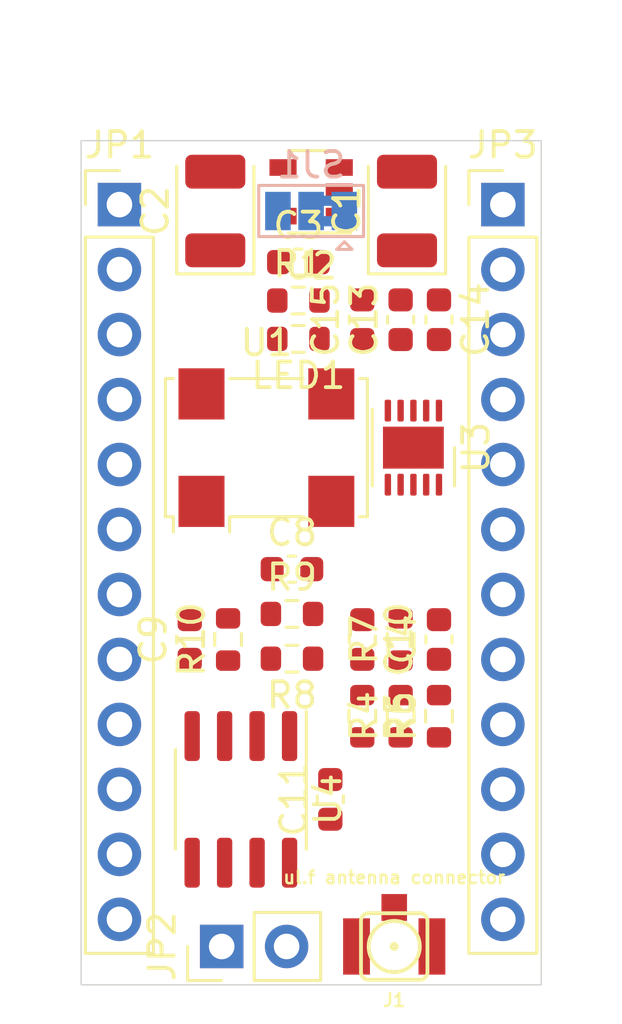
<source format=kicad_pcb>
(kicad_pcb (version 20171130) (host pcbnew "(5.1.7)-1")

  (general
    (thickness 1.6)
    (drawings 6)
    (tracks 0)
    (zones 0)
    (modules 29)
    (nets 39)
  )

  (page A4)
  (layers
    (0 F.Cu signal)
    (31 B.Cu signal)
    (32 B.Adhes user)
    (33 F.Adhes user)
    (34 B.Paste user)
    (35 F.Paste user)
    (36 B.SilkS user)
    (37 F.SilkS user)
    (38 B.Mask user)
    (39 F.Mask user)
    (40 Dwgs.User user)
    (41 Cmts.User user)
    (42 Eco1.User user)
    (43 Eco2.User user)
    (44 Edge.Cuts user)
    (45 Margin user)
    (46 B.CrtYd user)
    (47 F.CrtYd user)
    (48 B.Fab user)
    (49 F.Fab user)
  )

  (setup
    (last_trace_width 0.25)
    (trace_clearance 0.2)
    (zone_clearance 0.508)
    (zone_45_only no)
    (trace_min 0.2)
    (via_size 0.8)
    (via_drill 0.4)
    (via_min_size 0.4)
    (via_min_drill 0.3)
    (uvia_size 0.3)
    (uvia_drill 0.1)
    (uvias_allowed no)
    (uvia_min_size 0.2)
    (uvia_min_drill 0.1)
    (edge_width 0.05)
    (segment_width 0.2)
    (pcb_text_width 0.3)
    (pcb_text_size 1.5 1.5)
    (mod_edge_width 0.12)
    (mod_text_size 1 1)
    (mod_text_width 0.15)
    (pad_size 1.524 1.524)
    (pad_drill 0.762)
    (pad_to_mask_clearance 0)
    (aux_axis_origin 0 0)
    (visible_elements 7FFFFFFF)
    (pcbplotparams
      (layerselection 0x010fc_ffffffff)
      (usegerberextensions false)
      (usegerberattributes true)
      (usegerberadvancedattributes true)
      (creategerberjobfile true)
      (excludeedgelayer true)
      (linewidth 0.100000)
      (plotframeref false)
      (viasonmask false)
      (mode 1)
      (useauxorigin false)
      (hpglpennumber 1)
      (hpglpenspeed 20)
      (hpglpendiameter 15.000000)
      (psnegative false)
      (psa4output false)
      (plotreference true)
      (plotvalue true)
      (plotinvisibletext false)
      (padsonsilk false)
      (subtractmaskfromsilk false)
      (outputformat 1)
      (mirror false)
      (drillshape 1)
      (scaleselection 1)
      (outputdirectory ""))
  )

  (net 0 "")
  (net 1 GND)
  (net 2 +BATT)
  (net 3 VCC)
  (net 4 "Net-(C4-Pad1)")
  (net 5 /GeneratedSignal)
  (net 6 "Net-(C9-Pad1)")
  (net 7 "Net-(C10-Pad2)")
  (net 8 "Net-(C10-Pad1)")
  (net 9 "Net-(C14-Pad2)")
  (net 10 "Net-(C15-Pad1)")
  (net 11 /Output)
  (net 12 "Net-(JP1-Pad1)")
  (net 13 "Net-(JP1-Pad2)")
  (net 14 "Net-(JP1-Pad3)")
  (net 15 "Net-(JP1-Pad4)")
  (net 16 "Net-(JP1-Pad5)")
  (net 17 "Net-(JP1-Pad6)")
  (net 18 "Net-(JP1-Pad7)")
  (net 19 "Net-(JP1-Pad8)")
  (net 20 "Net-(JP1-Pad10)")
  (net 21 "Net-(JP1-Pad11)")
  (net 22 "Net-(JP1-Pad12)")
  (net 23 /FSync)
  (net 24 /SData)
  (net 25 "Net-(JP3-Pad10)")
  (net 26 /SCLK)
  (net 27 "Net-(JP3-Pad8)")
  (net 28 "Net-(JP3-Pad7)")
  (net 29 "Net-(JP3-Pad6)")
  (net 30 "Net-(JP3-Pad5)")
  (net 31 "Net-(JP3-Pad3)")
  (net 32 "Net-(JP3-Pad1)")
  (net 33 "Net-(LED1-Pad2)")
  (net 34 "Net-(R10-Pad1)")
  (net 35 /MCLK)
  (net 36 "Net-(U2-Pad4)")
  (net 37 "Net-(U4-Pad5)")
  (net 38 "Net-(U4-Pad8)")

  (net_class Default "This is the default net class."
    (clearance 0.2)
    (trace_width 0.25)
    (via_dia 0.8)
    (via_drill 0.4)
    (uvia_dia 0.3)
    (uvia_drill 0.1)
    (add_net +BATT)
    (add_net /FSync)
    (add_net /GeneratedSignal)
    (add_net /MCLK)
    (add_net /Output)
    (add_net /SCLK)
    (add_net /SData)
    (add_net GND)
    (add_net "Net-(C10-Pad1)")
    (add_net "Net-(C10-Pad2)")
    (add_net "Net-(C14-Pad2)")
    (add_net "Net-(C15-Pad1)")
    (add_net "Net-(C4-Pad1)")
    (add_net "Net-(C9-Pad1)")
    (add_net "Net-(JP1-Pad1)")
    (add_net "Net-(JP1-Pad10)")
    (add_net "Net-(JP1-Pad11)")
    (add_net "Net-(JP1-Pad12)")
    (add_net "Net-(JP1-Pad2)")
    (add_net "Net-(JP1-Pad3)")
    (add_net "Net-(JP1-Pad4)")
    (add_net "Net-(JP1-Pad5)")
    (add_net "Net-(JP1-Pad6)")
    (add_net "Net-(JP1-Pad7)")
    (add_net "Net-(JP1-Pad8)")
    (add_net "Net-(JP3-Pad1)")
    (add_net "Net-(JP3-Pad10)")
    (add_net "Net-(JP3-Pad3)")
    (add_net "Net-(JP3-Pad5)")
    (add_net "Net-(JP3-Pad6)")
    (add_net "Net-(JP3-Pad7)")
    (add_net "Net-(JP3-Pad8)")
    (add_net "Net-(LED1-Pad2)")
    (add_net "Net-(R10-Pad1)")
    (add_net "Net-(U2-Pad4)")
    (add_net "Net-(U4-Pad5)")
    (add_net "Net-(U4-Pad8)")
    (add_net VCC)
  )

  (module generador:LFCSP-WD-10-1EP_3x3mm_P0.5mm_EP1.64x2.38mm (layer F.Cu) (tedit 61103F6E) (tstamp 611045D0)
    (at 83 62 270)
    (descr "LFCSP-WD, 10 Pin (https://www.analog.com/media/en/package-pcb-resources/package/pkg_pdf/lfcspcp/cp-10/CP_10_9.pdf), generated with kicad-footprint-generator ipc_noLead_generator.py")
    (tags "LFCSP-WD NoLead")
    (path /60FE0D51)
    (attr smd)
    (fp_text reference U3 (at 0 -2.45 90) (layer F.SilkS)
      (effects (font (size 1 1) (thickness 0.15)))
    )
    (fp_text value AD9837 (at 0 2.45 90) (layer F.Fab)
      (effects (font (size 1 1) (thickness 0.15)))
    )
    (fp_text user %R (at 0 0 90) (layer F.Fab)
      (effects (font (size 0.75 0.75) (thickness 0.11)))
    )
    (fp_line (start 2.12 -1.75) (end -2.12 -1.75) (layer F.CrtYd) (width 0.05))
    (fp_line (start 2.12 1.75) (end 2.12 -1.75) (layer F.CrtYd) (width 0.05))
    (fp_line (start -2.12 1.75) (end 2.12 1.75) (layer F.CrtYd) (width 0.05))
    (fp_line (start -2.12 -1.75) (end -2.12 1.75) (layer F.CrtYd) (width 0.05))
    (fp_line (start -1.5 -0.75) (end -0.75 -1.5) (layer F.Fab) (width 0.1))
    (fp_line (start -1.5 1.5) (end -1.5 -0.75) (layer F.Fab) (width 0.1))
    (fp_line (start 1.5 1.5) (end -1.5 1.5) (layer F.Fab) (width 0.1))
    (fp_line (start 1.5 -1.5) (end 1.5 1.5) (layer F.Fab) (width 0.1))
    (fp_line (start -0.75 -1.5) (end 1.5 -1.5) (layer F.Fab) (width 0.1))
    (fp_line (start -1.5 1.61) (end 1.5 1.61) (layer F.SilkS) (width 0.12))
    (fp_line (start 0 -1.61) (end 1.5 -1.61) (layer F.SilkS) (width 0.12))
    (pad "" smd roundrect (at 0.41 0.79 270) (size 0.66 0.64) (layers F.Paste) (roundrect_rratio 0.25))
    (pad "" smd roundrect (at 0.41 0 270) (size 0.66 0.64) (layers F.Paste) (roundrect_rratio 0.25))
    (pad "" smd roundrect (at 0.41 -0.79 270) (size 0.66 0.64) (layers F.Paste) (roundrect_rratio 0.25))
    (pad "" smd roundrect (at -0.41 0.79 270) (size 0.66 0.64) (layers F.Paste) (roundrect_rratio 0.25))
    (pad "" smd roundrect (at -0.41 0 270) (size 0.66 0.64) (layers F.Paste) (roundrect_rratio 0.25))
    (pad "" smd roundrect (at -0.41 -0.79 270) (size 0.66 0.64) (layers F.Paste) (roundrect_rratio 0.25))
    (pad 4 smd rect (at 0 0 270) (size 1.64 2.38) (layers F.Cu F.Mask)
      (net 1 GND))
    (pad 10 smd roundrect (at 1.4475 -1 270) (size 0.855 0.25) (layers F.Cu F.Paste F.Mask) (roundrect_rratio 0.25)
      (net 5 /GeneratedSignal))
    (pad 9 smd roundrect (at 1.4475 -0.5 270) (size 0.855 0.25) (layers F.Cu F.Paste F.Mask) (roundrect_rratio 0.25)
      (net 1 GND))
    (pad 8 smd roundrect (at 1.4475 0 270) (size 0.855 0.25) (layers F.Cu F.Paste F.Mask) (roundrect_rratio 0.25)
      (net 23 /FSync))
    (pad 7 smd roundrect (at 1.4475 0.5 270) (size 0.855 0.25) (layers F.Cu F.Paste F.Mask) (roundrect_rratio 0.25)
      (net 26 /SCLK))
    (pad 6 smd roundrect (at 1.4475 1 270) (size 0.855 0.25) (layers F.Cu F.Paste F.Mask) (roundrect_rratio 0.25)
      (net 24 /SData))
    (pad 5 smd roundrect (at -1.4475 1 270) (size 0.855 0.25) (layers F.Cu F.Paste F.Mask) (roundrect_rratio 0.25)
      (net 35 /MCLK))
    (pad 4 smd roundrect (at -1.4475 0.5 270) (size 0.855 0.25) (layers F.Cu F.Paste F.Mask) (roundrect_rratio 0.25)
      (net 1 GND))
    (pad 3 smd roundrect (at -1.4475 0 270) (size 0.855 0.25) (layers F.Cu F.Paste F.Mask) (roundrect_rratio 0.25)
      (net 10 "Net-(C15-Pad1)"))
    (pad 2 smd roundrect (at -1.4475 -0.5 270) (size 0.855 0.25) (layers F.Cu F.Paste F.Mask) (roundrect_rratio 0.25)
      (net 3 VCC))
    (pad 1 smd roundrect (at -1.4475 -1 270) (size 0.855 0.25) (layers F.Cu F.Paste F.Mask) (roundrect_rratio 0.25)
      (net 9 "Net-(C14-Pad2)"))
    (model ${KISYS3DMOD}/Package_CSP.3dshapes/LFCSP-WD-10-1EP_3x3mm_P0.5mm_EP1.64x2.38mm.wrl
      (at (xyz 0 0 0))
      (scale (xyz 1 1 1))
      (rotate (xyz 0 0 0))
    )
  )

  (module Capacitor_Tantalum_SMD:CP_EIA-3528-12_Kemet-T (layer F.Cu) (tedit 5EBA9318) (tstamp 60FE7C97)
    (at 82.75 52.75 90)
    (descr "Tantalum Capacitor SMD Kemet-T (3528-12 Metric), IPC_7351 nominal, (Body size from: http://www.kemet.com/Lists/ProductCatalog/Attachments/253/KEM_TC101_STD.pdf), generated with kicad-footprint-generator")
    (tags "capacitor tantalum")
    (path /6100443C)
    (attr smd)
    (fp_text reference C1 (at 0 -2.35 90) (layer F.SilkS)
      (effects (font (size 1 1) (thickness 0.15)))
    )
    (fp_text value "10 uF" (at 0 2.35 90) (layer F.Fab)
      (effects (font (size 1 1) (thickness 0.15)))
    )
    (fp_line (start 2.45 1.65) (end -2.45 1.65) (layer F.CrtYd) (width 0.05))
    (fp_line (start 2.45 -1.65) (end 2.45 1.65) (layer F.CrtYd) (width 0.05))
    (fp_line (start -2.45 -1.65) (end 2.45 -1.65) (layer F.CrtYd) (width 0.05))
    (fp_line (start -2.45 1.65) (end -2.45 -1.65) (layer F.CrtYd) (width 0.05))
    (fp_line (start -2.46 1.51) (end 1.75 1.51) (layer F.SilkS) (width 0.12))
    (fp_line (start -2.46 -1.51) (end -2.46 1.51) (layer F.SilkS) (width 0.12))
    (fp_line (start 1.75 -1.51) (end -2.46 -1.51) (layer F.SilkS) (width 0.12))
    (fp_line (start 1.75 1.4) (end 1.75 -1.4) (layer F.Fab) (width 0.1))
    (fp_line (start -1.75 1.4) (end 1.75 1.4) (layer F.Fab) (width 0.1))
    (fp_line (start -1.75 -0.7) (end -1.75 1.4) (layer F.Fab) (width 0.1))
    (fp_line (start -1.05 -1.4) (end -1.75 -0.7) (layer F.Fab) (width 0.1))
    (fp_line (start 1.75 -1.4) (end -1.05 -1.4) (layer F.Fab) (width 0.1))
    (fp_text user %R (at 0 0 90) (layer F.Fab)
      (effects (font (size 0.88 0.88) (thickness 0.13)))
    )
    (pad 2 smd roundrect (at 1.5375 0 90) (size 1.325 2.35) (layers F.Cu F.Paste F.Mask) (roundrect_rratio 0.188679)
      (net 1 GND))
    (pad 1 smd roundrect (at -1.5375 0 90) (size 1.325 2.35) (layers F.Cu F.Paste F.Mask) (roundrect_rratio 0.188679)
      (net 2 +BATT))
    (model ${KISYS3DMOD}/Capacitor_Tantalum_SMD.3dshapes/CP_EIA-3528-12_Kemet-T.wrl
      (at (xyz 0 0 0))
      (scale (xyz 1 1 1))
      (rotate (xyz 0 0 0))
    )
  )

  (module Capacitor_Tantalum_SMD:CP_EIA-3528-12_Kemet-T (layer F.Cu) (tedit 5EBA9318) (tstamp 60FE7CAA)
    (at 75.25 52.75 90)
    (descr "Tantalum Capacitor SMD Kemet-T (3528-12 Metric), IPC_7351 nominal, (Body size from: http://www.kemet.com/Lists/ProductCatalog/Attachments/253/KEM_TC101_STD.pdf), generated with kicad-footprint-generator")
    (tags "capacitor tantalum")
    (path /61007F69)
    (attr smd)
    (fp_text reference C2 (at 0 -2.35 90) (layer F.SilkS)
      (effects (font (size 1 1) (thickness 0.15)))
    )
    (fp_text value "10 uF" (at 0 2.35 90) (layer F.Fab)
      (effects (font (size 1 1) (thickness 0.15)))
    )
    (fp_line (start 1.75 -1.4) (end -1.05 -1.4) (layer F.Fab) (width 0.1))
    (fp_line (start -1.05 -1.4) (end -1.75 -0.7) (layer F.Fab) (width 0.1))
    (fp_line (start -1.75 -0.7) (end -1.75 1.4) (layer F.Fab) (width 0.1))
    (fp_line (start -1.75 1.4) (end 1.75 1.4) (layer F.Fab) (width 0.1))
    (fp_line (start 1.75 1.4) (end 1.75 -1.4) (layer F.Fab) (width 0.1))
    (fp_line (start 1.75 -1.51) (end -2.46 -1.51) (layer F.SilkS) (width 0.12))
    (fp_line (start -2.46 -1.51) (end -2.46 1.51) (layer F.SilkS) (width 0.12))
    (fp_line (start -2.46 1.51) (end 1.75 1.51) (layer F.SilkS) (width 0.12))
    (fp_line (start -2.45 1.65) (end -2.45 -1.65) (layer F.CrtYd) (width 0.05))
    (fp_line (start -2.45 -1.65) (end 2.45 -1.65) (layer F.CrtYd) (width 0.05))
    (fp_line (start 2.45 -1.65) (end 2.45 1.65) (layer F.CrtYd) (width 0.05))
    (fp_line (start 2.45 1.65) (end -2.45 1.65) (layer F.CrtYd) (width 0.05))
    (fp_text user %R (at 0 0 90) (layer F.Fab)
      (effects (font (size 0.88 0.88) (thickness 0.13)))
    )
    (pad 1 smd roundrect (at -1.5375 0 90) (size 1.325 2.35) (layers F.Cu F.Paste F.Mask) (roundrect_rratio 0.188679)
      (net 3 VCC))
    (pad 2 smd roundrect (at 1.5375 0 90) (size 1.325 2.35) (layers F.Cu F.Paste F.Mask) (roundrect_rratio 0.188679)
      (net 1 GND))
    (model ${KISYS3DMOD}/Capacitor_Tantalum_SMD.3dshapes/CP_EIA-3528-12_Kemet-T.wrl
      (at (xyz 0 0 0))
      (scale (xyz 1 1 1))
      (rotate (xyz 0 0 0))
    )
  )

  (module Capacitor_SMD:C_0603_1608Metric (layer F.Cu) (tedit 5F68FEEE) (tstamp 60FE7CBB)
    (at 78.5 54.75)
    (descr "Capacitor SMD 0603 (1608 Metric), square (rectangular) end terminal, IPC_7351 nominal, (Body size source: IPC-SM-782 page 76, https://www.pcb-3d.com/wordpress/wp-content/uploads/ipc-sm-782a_amendment_1_and_2.pdf), generated with kicad-footprint-generator")
    (tags capacitor)
    (path /6100AA72)
    (attr smd)
    (fp_text reference C3 (at 0 -1.43) (layer F.SilkS)
      (effects (font (size 1 1) (thickness 0.15)))
    )
    (fp_text value "0.1 uF" (at 0 1.43) (layer F.Fab)
      (effects (font (size 1 1) (thickness 0.15)))
    )
    (fp_line (start -0.8 0.4) (end -0.8 -0.4) (layer F.Fab) (width 0.1))
    (fp_line (start -0.8 -0.4) (end 0.8 -0.4) (layer F.Fab) (width 0.1))
    (fp_line (start 0.8 -0.4) (end 0.8 0.4) (layer F.Fab) (width 0.1))
    (fp_line (start 0.8 0.4) (end -0.8 0.4) (layer F.Fab) (width 0.1))
    (fp_line (start -0.14058 -0.51) (end 0.14058 -0.51) (layer F.SilkS) (width 0.12))
    (fp_line (start -0.14058 0.51) (end 0.14058 0.51) (layer F.SilkS) (width 0.12))
    (fp_line (start -1.48 0.73) (end -1.48 -0.73) (layer F.CrtYd) (width 0.05))
    (fp_line (start -1.48 -0.73) (end 1.48 -0.73) (layer F.CrtYd) (width 0.05))
    (fp_line (start 1.48 -0.73) (end 1.48 0.73) (layer F.CrtYd) (width 0.05))
    (fp_line (start 1.48 0.73) (end -1.48 0.73) (layer F.CrtYd) (width 0.05))
    (fp_text user %R (at 0 0) (layer F.Fab)
      (effects (font (size 0.4 0.4) (thickness 0.06)))
    )
    (pad 1 smd roundrect (at -0.775 0) (size 0.9 0.95) (layers F.Cu F.Paste F.Mask) (roundrect_rratio 0.25)
      (net 3 VCC))
    (pad 2 smd roundrect (at 0.775 0) (size 0.9 0.95) (layers F.Cu F.Paste F.Mask) (roundrect_rratio 0.25)
      (net 1 GND))
    (model ${KISYS3DMOD}/Capacitor_SMD.3dshapes/C_0603_1608Metric.wrl
      (at (xyz 0 0 0))
      (scale (xyz 1 1 1))
      (rotate (xyz 0 0 0))
    )
  )

  (module Capacitor_SMD:C_0603_1608Metric (layer F.Cu) (tedit 5F68FEEE) (tstamp 60FE7CCC)
    (at 84 69.5 90)
    (descr "Capacitor SMD 0603 (1608 Metric), square (rectangular) end terminal, IPC_7351 nominal, (Body size source: IPC-SM-782 page 76, https://www.pcb-3d.com/wordpress/wp-content/uploads/ipc-sm-782a_amendment_1_and_2.pdf), generated with kicad-footprint-generator")
    (tags capacitor)
    (path /610740AE)
    (attr smd)
    (fp_text reference C4 (at 0 -1.43 90) (layer F.SilkS)
      (effects (font (size 1 1) (thickness 0.15)))
    )
    (fp_text value "10 uF" (at 0 1.43 90) (layer F.Fab)
      (effects (font (size 1 1) (thickness 0.15)))
    )
    (fp_line (start -0.8 0.4) (end -0.8 -0.4) (layer F.Fab) (width 0.1))
    (fp_line (start -0.8 -0.4) (end 0.8 -0.4) (layer F.Fab) (width 0.1))
    (fp_line (start 0.8 -0.4) (end 0.8 0.4) (layer F.Fab) (width 0.1))
    (fp_line (start 0.8 0.4) (end -0.8 0.4) (layer F.Fab) (width 0.1))
    (fp_line (start -0.14058 -0.51) (end 0.14058 -0.51) (layer F.SilkS) (width 0.12))
    (fp_line (start -0.14058 0.51) (end 0.14058 0.51) (layer F.SilkS) (width 0.12))
    (fp_line (start -1.48 0.73) (end -1.48 -0.73) (layer F.CrtYd) (width 0.05))
    (fp_line (start -1.48 -0.73) (end 1.48 -0.73) (layer F.CrtYd) (width 0.05))
    (fp_line (start 1.48 -0.73) (end 1.48 0.73) (layer F.CrtYd) (width 0.05))
    (fp_line (start 1.48 0.73) (end -1.48 0.73) (layer F.CrtYd) (width 0.05))
    (fp_text user %R (at 0 0 90) (layer F.Fab)
      (effects (font (size 0.4 0.4) (thickness 0.06)))
    )
    (pad 1 smd roundrect (at -0.775 0 90) (size 0.9 0.95) (layers F.Cu F.Paste F.Mask) (roundrect_rratio 0.25)
      (net 4 "Net-(C4-Pad1)"))
    (pad 2 smd roundrect (at 0.775 0 90) (size 0.9 0.95) (layers F.Cu F.Paste F.Mask) (roundrect_rratio 0.25)
      (net 5 /GeneratedSignal))
    (model ${KISYS3DMOD}/Capacitor_SMD.3dshapes/C_0603_1608Metric.wrl
      (at (xyz 0 0 0))
      (scale (xyz 1 1 1))
      (rotate (xyz 0 0 0))
    )
  )

  (module Capacitor_SMD:C_0603_1608Metric (layer F.Cu) (tedit 5F68FEEE) (tstamp 60FE7CDD)
    (at 78.25 66.75)
    (descr "Capacitor SMD 0603 (1608 Metric), square (rectangular) end terminal, IPC_7351 nominal, (Body size source: IPC-SM-782 page 76, https://www.pcb-3d.com/wordpress/wp-content/uploads/ipc-sm-782a_amendment_1_and_2.pdf), generated with kicad-footprint-generator")
    (tags capacitor)
    (path /6102F797)
    (attr smd)
    (fp_text reference C8 (at 0 -1.43) (layer F.SilkS)
      (effects (font (size 1 1) (thickness 0.15)))
    )
    (fp_text value "0.1 uF" (at 0 1.43) (layer F.Fab)
      (effects (font (size 1 1) (thickness 0.15)))
    )
    (fp_line (start 1.48 0.73) (end -1.48 0.73) (layer F.CrtYd) (width 0.05))
    (fp_line (start 1.48 -0.73) (end 1.48 0.73) (layer F.CrtYd) (width 0.05))
    (fp_line (start -1.48 -0.73) (end 1.48 -0.73) (layer F.CrtYd) (width 0.05))
    (fp_line (start -1.48 0.73) (end -1.48 -0.73) (layer F.CrtYd) (width 0.05))
    (fp_line (start -0.14058 0.51) (end 0.14058 0.51) (layer F.SilkS) (width 0.12))
    (fp_line (start -0.14058 -0.51) (end 0.14058 -0.51) (layer F.SilkS) (width 0.12))
    (fp_line (start 0.8 0.4) (end -0.8 0.4) (layer F.Fab) (width 0.1))
    (fp_line (start 0.8 -0.4) (end 0.8 0.4) (layer F.Fab) (width 0.1))
    (fp_line (start -0.8 -0.4) (end 0.8 -0.4) (layer F.Fab) (width 0.1))
    (fp_line (start -0.8 0.4) (end -0.8 -0.4) (layer F.Fab) (width 0.1))
    (fp_text user %R (at 0 0) (layer F.Fab)
      (effects (font (size 0.4 0.4) (thickness 0.06)))
    )
    (pad 2 smd roundrect (at 0.775 0) (size 0.9 0.95) (layers F.Cu F.Paste F.Mask) (roundrect_rratio 0.25)
      (net 1 GND))
    (pad 1 smd roundrect (at -0.775 0) (size 0.9 0.95) (layers F.Cu F.Paste F.Mask) (roundrect_rratio 0.25)
      (net 3 VCC))
    (model ${KISYS3DMOD}/Capacitor_SMD.3dshapes/C_0603_1608Metric.wrl
      (at (xyz 0 0 0))
      (scale (xyz 1 1 1))
      (rotate (xyz 0 0 0))
    )
  )

  (module Capacitor_SMD:C_0603_1608Metric (layer F.Cu) (tedit 5F68FEEE) (tstamp 60FE7CEE)
    (at 74.25 69.5 90)
    (descr "Capacitor SMD 0603 (1608 Metric), square (rectangular) end terminal, IPC_7351 nominal, (Body size source: IPC-SM-782 page 76, https://www.pcb-3d.com/wordpress/wp-content/uploads/ipc-sm-782a_amendment_1_and_2.pdf), generated with kicad-footprint-generator")
    (tags capacitor)
    (path /610890AA)
    (attr smd)
    (fp_text reference C9 (at 0 -1.43 90) (layer F.SilkS)
      (effects (font (size 1 1) (thickness 0.15)))
    )
    (fp_text value "18 pF" (at 0 1.43 90) (layer F.Fab)
      (effects (font (size 1 1) (thickness 0.15)))
    )
    (fp_line (start -0.8 0.4) (end -0.8 -0.4) (layer F.Fab) (width 0.1))
    (fp_line (start -0.8 -0.4) (end 0.8 -0.4) (layer F.Fab) (width 0.1))
    (fp_line (start 0.8 -0.4) (end 0.8 0.4) (layer F.Fab) (width 0.1))
    (fp_line (start 0.8 0.4) (end -0.8 0.4) (layer F.Fab) (width 0.1))
    (fp_line (start -0.14058 -0.51) (end 0.14058 -0.51) (layer F.SilkS) (width 0.12))
    (fp_line (start -0.14058 0.51) (end 0.14058 0.51) (layer F.SilkS) (width 0.12))
    (fp_line (start -1.48 0.73) (end -1.48 -0.73) (layer F.CrtYd) (width 0.05))
    (fp_line (start -1.48 -0.73) (end 1.48 -0.73) (layer F.CrtYd) (width 0.05))
    (fp_line (start 1.48 -0.73) (end 1.48 0.73) (layer F.CrtYd) (width 0.05))
    (fp_line (start 1.48 0.73) (end -1.48 0.73) (layer F.CrtYd) (width 0.05))
    (fp_text user %R (at 0 0 90) (layer F.Fab)
      (effects (font (size 0.4 0.4) (thickness 0.06)))
    )
    (pad 1 smd roundrect (at -0.775 0 90) (size 0.9 0.95) (layers F.Cu F.Paste F.Mask) (roundrect_rratio 0.25)
      (net 6 "Net-(C9-Pad1)"))
    (pad 2 smd roundrect (at 0.775 0 90) (size 0.9 0.95) (layers F.Cu F.Paste F.Mask) (roundrect_rratio 0.25)
      (net 1 GND))
    (model ${KISYS3DMOD}/Capacitor_SMD.3dshapes/C_0603_1608Metric.wrl
      (at (xyz 0 0 0))
      (scale (xyz 1 1 1))
      (rotate (xyz 0 0 0))
    )
  )

  (module Capacitor_SMD:C_0603_1608Metric (layer F.Cu) (tedit 5F68FEEE) (tstamp 60FE7CFF)
    (at 81 69.5 270)
    (descr "Capacitor SMD 0603 (1608 Metric), square (rectangular) end terminal, IPC_7351 nominal, (Body size source: IPC-SM-782 page 76, https://www.pcb-3d.com/wordpress/wp-content/uploads/ipc-sm-782a_amendment_1_and_2.pdf), generated with kicad-footprint-generator")
    (tags capacitor)
    (path /610867C0)
    (attr smd)
    (fp_text reference C10 (at 0 -1.43 90) (layer F.SilkS)
      (effects (font (size 1 1) (thickness 0.15)))
    )
    (fp_text value "18 pF" (at 0 1.43 90) (layer F.Fab)
      (effects (font (size 1 1) (thickness 0.15)))
    )
    (fp_line (start 1.48 0.73) (end -1.48 0.73) (layer F.CrtYd) (width 0.05))
    (fp_line (start 1.48 -0.73) (end 1.48 0.73) (layer F.CrtYd) (width 0.05))
    (fp_line (start -1.48 -0.73) (end 1.48 -0.73) (layer F.CrtYd) (width 0.05))
    (fp_line (start -1.48 0.73) (end -1.48 -0.73) (layer F.CrtYd) (width 0.05))
    (fp_line (start -0.14058 0.51) (end 0.14058 0.51) (layer F.SilkS) (width 0.12))
    (fp_line (start -0.14058 -0.51) (end 0.14058 -0.51) (layer F.SilkS) (width 0.12))
    (fp_line (start 0.8 0.4) (end -0.8 0.4) (layer F.Fab) (width 0.1))
    (fp_line (start 0.8 -0.4) (end 0.8 0.4) (layer F.Fab) (width 0.1))
    (fp_line (start -0.8 -0.4) (end 0.8 -0.4) (layer F.Fab) (width 0.1))
    (fp_line (start -0.8 0.4) (end -0.8 -0.4) (layer F.Fab) (width 0.1))
    (fp_text user %R (at 0 0 90) (layer F.Fab)
      (effects (font (size 0.4 0.4) (thickness 0.06)))
    )
    (pad 2 smd roundrect (at 0.775 0 270) (size 0.9 0.95) (layers F.Cu F.Paste F.Mask) (roundrect_rratio 0.25)
      (net 7 "Net-(C10-Pad2)"))
    (pad 1 smd roundrect (at -0.775 0 270) (size 0.9 0.95) (layers F.Cu F.Paste F.Mask) (roundrect_rratio 0.25)
      (net 8 "Net-(C10-Pad1)"))
    (model ${KISYS3DMOD}/Capacitor_SMD.3dshapes/C_0603_1608Metric.wrl
      (at (xyz 0 0 0))
      (scale (xyz 1 1 1))
      (rotate (xyz 0 0 0))
    )
  )

  (module Capacitor_SMD:C_0603_1608Metric (layer F.Cu) (tedit 5F68FEEE) (tstamp 6110A48F)
    (at 79.75 75.75 90)
    (descr "Capacitor SMD 0603 (1608 Metric), square (rectangular) end terminal, IPC_7351 nominal, (Body size source: IPC-SM-782 page 76, https://www.pcb-3d.com/wordpress/wp-content/uploads/ipc-sm-782a_amendment_1_and_2.pdf), generated with kicad-footprint-generator")
    (tags capacitor)
    (path /610E58ED)
    (attr smd)
    (fp_text reference C11 (at 0 -1.43 90) (layer F.SilkS)
      (effects (font (size 1 1) (thickness 0.15)))
    )
    (fp_text value "0.1 uF" (at 0 1.43 90) (layer F.Fab)
      (effects (font (size 1 1) (thickness 0.15)))
    )
    (fp_line (start 1.48 0.73) (end -1.48 0.73) (layer F.CrtYd) (width 0.05))
    (fp_line (start 1.48 -0.73) (end 1.48 0.73) (layer F.CrtYd) (width 0.05))
    (fp_line (start -1.48 -0.73) (end 1.48 -0.73) (layer F.CrtYd) (width 0.05))
    (fp_line (start -1.48 0.73) (end -1.48 -0.73) (layer F.CrtYd) (width 0.05))
    (fp_line (start -0.14058 0.51) (end 0.14058 0.51) (layer F.SilkS) (width 0.12))
    (fp_line (start -0.14058 -0.51) (end 0.14058 -0.51) (layer F.SilkS) (width 0.12))
    (fp_line (start 0.8 0.4) (end -0.8 0.4) (layer F.Fab) (width 0.1))
    (fp_line (start 0.8 -0.4) (end 0.8 0.4) (layer F.Fab) (width 0.1))
    (fp_line (start -0.8 -0.4) (end 0.8 -0.4) (layer F.Fab) (width 0.1))
    (fp_line (start -0.8 0.4) (end -0.8 -0.4) (layer F.Fab) (width 0.1))
    (fp_text user %R (at 0 0 90) (layer F.Fab)
      (effects (font (size 0.4 0.4) (thickness 0.06)))
    )
    (pad 2 smd roundrect (at 0.775 0 90) (size 0.9 0.95) (layers F.Cu F.Paste F.Mask) (roundrect_rratio 0.25)
      (net 1 GND))
    (pad 1 smd roundrect (at -0.775 0 90) (size 0.9 0.95) (layers F.Cu F.Paste F.Mask) (roundrect_rratio 0.25)
      (net 3 VCC))
    (model ${KISYS3DMOD}/Capacitor_SMD.3dshapes/C_0603_1608Metric.wrl
      (at (xyz 0 0 0))
      (scale (xyz 1 1 1))
      (rotate (xyz 0 0 0))
    )
  )

  (module Capacitor_SMD:C_0603_1608Metric (layer F.Cu) (tedit 5F68FEEE) (tstamp 60FE7D21)
    (at 82.5 57 90)
    (descr "Capacitor SMD 0603 (1608 Metric), square (rectangular) end terminal, IPC_7351 nominal, (Body size source: IPC-SM-782 page 76, https://www.pcb-3d.com/wordpress/wp-content/uploads/ipc-sm-782a_amendment_1_and_2.pdf), generated with kicad-footprint-generator")
    (tags capacitor)
    (path /60FEB860)
    (attr smd)
    (fp_text reference C13 (at 0 -1.43 90) (layer F.SilkS)
      (effects (font (size 1 1) (thickness 0.15)))
    )
    (fp_text value "0.1 uF" (at 0 1.43 90) (layer F.Fab)
      (effects (font (size 1 1) (thickness 0.15)))
    )
    (fp_line (start 1.48 0.73) (end -1.48 0.73) (layer F.CrtYd) (width 0.05))
    (fp_line (start 1.48 -0.73) (end 1.48 0.73) (layer F.CrtYd) (width 0.05))
    (fp_line (start -1.48 -0.73) (end 1.48 -0.73) (layer F.CrtYd) (width 0.05))
    (fp_line (start -1.48 0.73) (end -1.48 -0.73) (layer F.CrtYd) (width 0.05))
    (fp_line (start -0.14058 0.51) (end 0.14058 0.51) (layer F.SilkS) (width 0.12))
    (fp_line (start -0.14058 -0.51) (end 0.14058 -0.51) (layer F.SilkS) (width 0.12))
    (fp_line (start 0.8 0.4) (end -0.8 0.4) (layer F.Fab) (width 0.1))
    (fp_line (start 0.8 -0.4) (end 0.8 0.4) (layer F.Fab) (width 0.1))
    (fp_line (start -0.8 -0.4) (end 0.8 -0.4) (layer F.Fab) (width 0.1))
    (fp_line (start -0.8 0.4) (end -0.8 -0.4) (layer F.Fab) (width 0.1))
    (fp_text user %R (at 0 0 90) (layer F.Fab)
      (effects (font (size 0.4 0.4) (thickness 0.06)))
    )
    (pad 2 smd roundrect (at 0.775 0 90) (size 0.9 0.95) (layers F.Cu F.Paste F.Mask) (roundrect_rratio 0.25)
      (net 1 GND))
    (pad 1 smd roundrect (at -0.775 0 90) (size 0.9 0.95) (layers F.Cu F.Paste F.Mask) (roundrect_rratio 0.25)
      (net 3 VCC))
    (model ${KISYS3DMOD}/Capacitor_SMD.3dshapes/C_0603_1608Metric.wrl
      (at (xyz 0 0 0))
      (scale (xyz 1 1 1))
      (rotate (xyz 0 0 0))
    )
  )

  (module Capacitor_SMD:C_0603_1608Metric (layer F.Cu) (tedit 5F68FEEE) (tstamp 60FE7D32)
    (at 84 57 270)
    (descr "Capacitor SMD 0603 (1608 Metric), square (rectangular) end terminal, IPC_7351 nominal, (Body size source: IPC-SM-782 page 76, https://www.pcb-3d.com/wordpress/wp-content/uploads/ipc-sm-782a_amendment_1_and_2.pdf), generated with kicad-footprint-generator")
    (tags capacitor)
    (path /60FE22AB)
    (attr smd)
    (fp_text reference C14 (at 0 -1.43 90) (layer F.SilkS)
      (effects (font (size 1 1) (thickness 0.15)))
    )
    (fp_text value "10 nF" (at 0 1.43 90) (layer F.Fab)
      (effects (font (size 1 1) (thickness 0.15)))
    )
    (fp_line (start -0.8 0.4) (end -0.8 -0.4) (layer F.Fab) (width 0.1))
    (fp_line (start -0.8 -0.4) (end 0.8 -0.4) (layer F.Fab) (width 0.1))
    (fp_line (start 0.8 -0.4) (end 0.8 0.4) (layer F.Fab) (width 0.1))
    (fp_line (start 0.8 0.4) (end -0.8 0.4) (layer F.Fab) (width 0.1))
    (fp_line (start -0.14058 -0.51) (end 0.14058 -0.51) (layer F.SilkS) (width 0.12))
    (fp_line (start -0.14058 0.51) (end 0.14058 0.51) (layer F.SilkS) (width 0.12))
    (fp_line (start -1.48 0.73) (end -1.48 -0.73) (layer F.CrtYd) (width 0.05))
    (fp_line (start -1.48 -0.73) (end 1.48 -0.73) (layer F.CrtYd) (width 0.05))
    (fp_line (start 1.48 -0.73) (end 1.48 0.73) (layer F.CrtYd) (width 0.05))
    (fp_line (start 1.48 0.73) (end -1.48 0.73) (layer F.CrtYd) (width 0.05))
    (fp_text user %R (at 0 0 90) (layer F.Fab)
      (effects (font (size 0.4 0.4) (thickness 0.06)))
    )
    (pad 1 smd roundrect (at -0.775 0 270) (size 0.9 0.95) (layers F.Cu F.Paste F.Mask) (roundrect_rratio 0.25)
      (net 3 VCC))
    (pad 2 smd roundrect (at 0.775 0 270) (size 0.9 0.95) (layers F.Cu F.Paste F.Mask) (roundrect_rratio 0.25)
      (net 9 "Net-(C14-Pad2)"))
    (model ${KISYS3DMOD}/Capacitor_SMD.3dshapes/C_0603_1608Metric.wrl
      (at (xyz 0 0 0))
      (scale (xyz 1 1 1))
      (rotate (xyz 0 0 0))
    )
  )

  (module Capacitor_SMD:C_0603_1608Metric (layer F.Cu) (tedit 5F68FEEE) (tstamp 60FE7D43)
    (at 81 57 90)
    (descr "Capacitor SMD 0603 (1608 Metric), square (rectangular) end terminal, IPC_7351 nominal, (Body size source: IPC-SM-782 page 76, https://www.pcb-3d.com/wordpress/wp-content/uploads/ipc-sm-782a_amendment_1_and_2.pdf), generated with kicad-footprint-generator")
    (tags capacitor)
    (path /60FE27F0)
    (attr smd)
    (fp_text reference C15 (at 0 -1.43 90) (layer F.SilkS)
      (effects (font (size 1 1) (thickness 0.15)))
    )
    (fp_text value "0.1 uF" (at 0 1.43 90) (layer F.Fab)
      (effects (font (size 1 1) (thickness 0.15)))
    )
    (fp_line (start -0.8 0.4) (end -0.8 -0.4) (layer F.Fab) (width 0.1))
    (fp_line (start -0.8 -0.4) (end 0.8 -0.4) (layer F.Fab) (width 0.1))
    (fp_line (start 0.8 -0.4) (end 0.8 0.4) (layer F.Fab) (width 0.1))
    (fp_line (start 0.8 0.4) (end -0.8 0.4) (layer F.Fab) (width 0.1))
    (fp_line (start -0.14058 -0.51) (end 0.14058 -0.51) (layer F.SilkS) (width 0.12))
    (fp_line (start -0.14058 0.51) (end 0.14058 0.51) (layer F.SilkS) (width 0.12))
    (fp_line (start -1.48 0.73) (end -1.48 -0.73) (layer F.CrtYd) (width 0.05))
    (fp_line (start -1.48 -0.73) (end 1.48 -0.73) (layer F.CrtYd) (width 0.05))
    (fp_line (start 1.48 -0.73) (end 1.48 0.73) (layer F.CrtYd) (width 0.05))
    (fp_line (start 1.48 0.73) (end -1.48 0.73) (layer F.CrtYd) (width 0.05))
    (fp_text user %R (at 0 0 90) (layer F.Fab)
      (effects (font (size 0.4 0.4) (thickness 0.06)))
    )
    (pad 1 smd roundrect (at -0.775 0 90) (size 0.9 0.95) (layers F.Cu F.Paste F.Mask) (roundrect_rratio 0.25)
      (net 10 "Net-(C15-Pad1)"))
    (pad 2 smd roundrect (at 0.775 0 90) (size 0.9 0.95) (layers F.Cu F.Paste F.Mask) (roundrect_rratio 0.25)
      (net 1 GND))
    (model ${KISYS3DMOD}/Capacitor_SMD.3dshapes/C_0603_1608Metric.wrl
      (at (xyz 0 0 0))
      (scale (xyz 1 1 1))
      (rotate (xyz 0 0 0))
    )
  )

  (module rf:coaxial_u.fl-r-smt-1 (layer F.Cu) (tedit 0) (tstamp 60FE7D54)
    (at 82.25 81.5 180)
    (descr "Ultra small surface mount coaxial connector, Hirose U.FL-R-SMT-1")
    (path /6110CBE7)
    (fp_text reference J1 (at 0 -2.1) (layer F.SilkS)
      (effects (font (size 0.5 0.5) (thickness 0.1)))
    )
    (fp_text value "ul.f antenna connector" (at 0 2.7) (layer F.SilkS)
      (effects (font (size 0.5 0.5) (thickness 0.1)))
    )
    (fp_circle (center 0 0) (end -0.1 0) (layer F.SilkS) (width 0.15))
    (fp_circle (center 0 0) (end -1 0) (layer F.SilkS) (width 0.15))
    (fp_line (start -1.3 1) (end -1.3 -1) (layer F.SilkS) (width 0.15))
    (fp_line (start 1 1.3) (end -1 1.3) (layer F.SilkS) (width 0.15))
    (fp_line (start 1.3 -1) (end 1.3 1) (layer F.SilkS) (width 0.15))
    (fp_line (start -1 -1.3) (end 1 -1.3) (layer F.SilkS) (width 0.15))
    (fp_arc (start -1 1) (end -1 1.3) (angle 90) (layer F.SilkS) (width 0.15))
    (fp_arc (start 1 1) (end 1.3 1) (angle 90) (layer F.SilkS) (width 0.15))
    (fp_arc (start 1 -1) (end 1 -1.3) (angle 90) (layer F.SilkS) (width 0.15))
    (fp_arc (start -1 -1) (end -1.3 -1) (angle 90) (layer F.SilkS) (width 0.15))
    (pad 2 smd rect (at -1.475 0 180) (size 1.05 2.2) (layers F.Cu F.Paste F.Mask)
      (net 1 GND) (solder_mask_margin 0.07) (solder_paste_margin -0.05))
    (pad 2 smd rect (at 1.475 0 180) (size 1.05 2.2) (layers F.Cu F.Paste F.Mask)
      (net 1 GND) (solder_mask_margin 0.07) (solder_paste_margin -0.05))
    (pad 1 smd rect (at 0 1.525 180) (size 1 1.05) (layers F.Cu F.Paste F.Mask)
      (net 11 /Output) (solder_mask_margin 0.07) (solder_paste_margin -0.05))
    (model walter/conn_rf/coaxial_u.fl-r-smt-1.wrl
      (at (xyz 0 0 0))
      (scale (xyz 1 1 1))
      (rotate (xyz 0 0 0))
    )
    (model ${KIPRJMOD}/Bibliotecas/rf.pretty/coaxial_u.fl-r-smt-1.wrl
      (at (xyz 0 0 0))
      (scale (xyz 1 1 1))
      (rotate (xyz 0 0 0))
    )
  )

  (module Connector_PinHeader_2.54mm:PinHeader_1x12_P2.54mm_Vertical (layer F.Cu) (tedit 59FED5CC) (tstamp 60FE7D74)
    (at 71.5 52.5)
    (descr "Through hole straight pin header, 1x12, 2.54mm pitch, single row")
    (tags "Through hole pin header THT 1x12 2.54mm single row")
    (path /60FFA67A)
    (fp_text reference JP1 (at 0 -2.33) (layer F.SilkS)
      (effects (font (size 1 1) (thickness 0.15)))
    )
    (fp_text value Conn_01x12 (at 0 30.27) (layer F.Fab)
      (effects (font (size 1 1) (thickness 0.15)))
    )
    (fp_line (start -0.635 -1.27) (end 1.27 -1.27) (layer F.Fab) (width 0.1))
    (fp_line (start 1.27 -1.27) (end 1.27 29.21) (layer F.Fab) (width 0.1))
    (fp_line (start 1.27 29.21) (end -1.27 29.21) (layer F.Fab) (width 0.1))
    (fp_line (start -1.27 29.21) (end -1.27 -0.635) (layer F.Fab) (width 0.1))
    (fp_line (start -1.27 -0.635) (end -0.635 -1.27) (layer F.Fab) (width 0.1))
    (fp_line (start -1.33 29.27) (end 1.33 29.27) (layer F.SilkS) (width 0.12))
    (fp_line (start -1.33 1.27) (end -1.33 29.27) (layer F.SilkS) (width 0.12))
    (fp_line (start 1.33 1.27) (end 1.33 29.27) (layer F.SilkS) (width 0.12))
    (fp_line (start -1.33 1.27) (end 1.33 1.27) (layer F.SilkS) (width 0.12))
    (fp_line (start -1.33 0) (end -1.33 -1.33) (layer F.SilkS) (width 0.12))
    (fp_line (start -1.33 -1.33) (end 0 -1.33) (layer F.SilkS) (width 0.12))
    (fp_line (start -1.8 -1.8) (end -1.8 29.75) (layer F.CrtYd) (width 0.05))
    (fp_line (start -1.8 29.75) (end 1.8 29.75) (layer F.CrtYd) (width 0.05))
    (fp_line (start 1.8 29.75) (end 1.8 -1.8) (layer F.CrtYd) (width 0.05))
    (fp_line (start 1.8 -1.8) (end -1.8 -1.8) (layer F.CrtYd) (width 0.05))
    (fp_text user %R (at 0 13.97 90) (layer F.Fab)
      (effects (font (size 1 1) (thickness 0.15)))
    )
    (pad 1 thru_hole rect (at 0 0) (size 1.7 1.7) (drill 1) (layers *.Cu *.Mask)
      (net 12 "Net-(JP1-Pad1)"))
    (pad 2 thru_hole oval (at 0 2.54) (size 1.7 1.7) (drill 1) (layers *.Cu *.Mask)
      (net 13 "Net-(JP1-Pad2)"))
    (pad 3 thru_hole oval (at 0 5.08) (size 1.7 1.7) (drill 1) (layers *.Cu *.Mask)
      (net 14 "Net-(JP1-Pad3)"))
    (pad 4 thru_hole oval (at 0 7.62) (size 1.7 1.7) (drill 1) (layers *.Cu *.Mask)
      (net 15 "Net-(JP1-Pad4)"))
    (pad 5 thru_hole oval (at 0 10.16) (size 1.7 1.7) (drill 1) (layers *.Cu *.Mask)
      (net 16 "Net-(JP1-Pad5)"))
    (pad 6 thru_hole oval (at 0 12.7) (size 1.7 1.7) (drill 1) (layers *.Cu *.Mask)
      (net 17 "Net-(JP1-Pad6)"))
    (pad 7 thru_hole oval (at 0 15.24) (size 1.7 1.7) (drill 1) (layers *.Cu *.Mask)
      (net 18 "Net-(JP1-Pad7)"))
    (pad 8 thru_hole oval (at 0 17.78) (size 1.7 1.7) (drill 1) (layers *.Cu *.Mask)
      (net 19 "Net-(JP1-Pad8)"))
    (pad 9 thru_hole oval (at 0 20.32) (size 1.7 1.7) (drill 1) (layers *.Cu *.Mask)
      (net 1 GND))
    (pad 10 thru_hole oval (at 0 22.86) (size 1.7 1.7) (drill 1) (layers *.Cu *.Mask)
      (net 20 "Net-(JP1-Pad10)"))
    (pad 11 thru_hole oval (at 0 25.4) (size 1.7 1.7) (drill 1) (layers *.Cu *.Mask)
      (net 21 "Net-(JP1-Pad11)"))
    (pad 12 thru_hole oval (at 0 27.94) (size 1.7 1.7) (drill 1) (layers *.Cu *.Mask)
      (net 22 "Net-(JP1-Pad12)"))
    (model ${KISYS3DMOD}/Connector_PinHeader_2.54mm.3dshapes/PinHeader_1x12_P2.54mm_Vertical.wrl
      (at (xyz 0 0 0))
      (scale (xyz 1 1 1))
      (rotate (xyz 0 0 0))
    )
  )

  (module Connector_PinHeader_2.54mm:PinHeader_1x02_P2.54mm_Vertical (layer F.Cu) (tedit 59FED5CC) (tstamp 60FE7D8A)
    (at 75.5 81.5 90)
    (descr "Through hole straight pin header, 1x02, 2.54mm pitch, single row")
    (tags "Through hole pin header THT 1x02 2.54mm single row")
    (path /611000DD)
    (fp_text reference JP2 (at 0 -2.33 90) (layer F.SilkS)
      (effects (font (size 1 1) (thickness 0.15)))
    )
    (fp_text value M02PTH (at 0 4.87 90) (layer F.Fab)
      (effects (font (size 1 1) (thickness 0.15)))
    )
    (fp_line (start -0.635 -1.27) (end 1.27 -1.27) (layer F.Fab) (width 0.1))
    (fp_line (start 1.27 -1.27) (end 1.27 3.81) (layer F.Fab) (width 0.1))
    (fp_line (start 1.27 3.81) (end -1.27 3.81) (layer F.Fab) (width 0.1))
    (fp_line (start -1.27 3.81) (end -1.27 -0.635) (layer F.Fab) (width 0.1))
    (fp_line (start -1.27 -0.635) (end -0.635 -1.27) (layer F.Fab) (width 0.1))
    (fp_line (start -1.33 3.87) (end 1.33 3.87) (layer F.SilkS) (width 0.12))
    (fp_line (start -1.33 1.27) (end -1.33 3.87) (layer F.SilkS) (width 0.12))
    (fp_line (start 1.33 1.27) (end 1.33 3.87) (layer F.SilkS) (width 0.12))
    (fp_line (start -1.33 1.27) (end 1.33 1.27) (layer F.SilkS) (width 0.12))
    (fp_line (start -1.33 0) (end -1.33 -1.33) (layer F.SilkS) (width 0.12))
    (fp_line (start -1.33 -1.33) (end 0 -1.33) (layer F.SilkS) (width 0.12))
    (fp_line (start -1.8 -1.8) (end -1.8 4.35) (layer F.CrtYd) (width 0.05))
    (fp_line (start -1.8 4.35) (end 1.8 4.35) (layer F.CrtYd) (width 0.05))
    (fp_line (start 1.8 4.35) (end 1.8 -1.8) (layer F.CrtYd) (width 0.05))
    (fp_line (start 1.8 -1.8) (end -1.8 -1.8) (layer F.CrtYd) (width 0.05))
    (fp_text user %R (at 0 1.27) (layer F.Fab)
      (effects (font (size 1 1) (thickness 0.15)))
    )
    (pad 1 thru_hole rect (at 0 0 90) (size 1.7 1.7) (drill 1) (layers *.Cu *.Mask)
      (net 11 /Output))
    (pad 2 thru_hole oval (at 0 2.54 90) (size 1.7 1.7) (drill 1) (layers *.Cu *.Mask)
      (net 1 GND))
    (model ${KISYS3DMOD}/Connector_PinHeader_2.54mm.3dshapes/PinHeader_1x02_P2.54mm_Vertical.wrl
      (at (xyz 0 0 0))
      (scale (xyz 1 1 1))
      (rotate (xyz 0 0 0))
    )
  )

  (module Connector_PinHeader_2.54mm:PinHeader_1x12_P2.54mm_Vertical (layer F.Cu) (tedit 59FED5CC) (tstamp 61103974)
    (at 86.5 52.5)
    (descr "Through hole straight pin header, 1x12, 2.54mm pitch, single row")
    (tags "Through hole pin header THT 1x12 2.54mm single row")
    (path /60FF9507)
    (fp_text reference JP3 (at 0 -2.33) (layer F.SilkS)
      (effects (font (size 1 1) (thickness 0.15)))
    )
    (fp_text value Conn_01x12 (at 0 30.27) (layer F.Fab)
      (effects (font (size 1 1) (thickness 0.15)))
    )
    (fp_line (start 1.8 -1.8) (end -1.8 -1.8) (layer F.CrtYd) (width 0.05))
    (fp_line (start 1.8 29.75) (end 1.8 -1.8) (layer F.CrtYd) (width 0.05))
    (fp_line (start -1.8 29.75) (end 1.8 29.75) (layer F.CrtYd) (width 0.05))
    (fp_line (start -1.8 -1.8) (end -1.8 29.75) (layer F.CrtYd) (width 0.05))
    (fp_line (start -1.33 -1.33) (end 0 -1.33) (layer F.SilkS) (width 0.12))
    (fp_line (start -1.33 0) (end -1.33 -1.33) (layer F.SilkS) (width 0.12))
    (fp_line (start -1.33 1.27) (end 1.33 1.27) (layer F.SilkS) (width 0.12))
    (fp_line (start 1.33 1.27) (end 1.33 29.27) (layer F.SilkS) (width 0.12))
    (fp_line (start -1.33 1.27) (end -1.33 29.27) (layer F.SilkS) (width 0.12))
    (fp_line (start -1.33 29.27) (end 1.33 29.27) (layer F.SilkS) (width 0.12))
    (fp_line (start -1.27 -0.635) (end -0.635 -1.27) (layer F.Fab) (width 0.1))
    (fp_line (start -1.27 29.21) (end -1.27 -0.635) (layer F.Fab) (width 0.1))
    (fp_line (start 1.27 29.21) (end -1.27 29.21) (layer F.Fab) (width 0.1))
    (fp_line (start 1.27 -1.27) (end 1.27 29.21) (layer F.Fab) (width 0.1))
    (fp_line (start -0.635 -1.27) (end 1.27 -1.27) (layer F.Fab) (width 0.1))
    (fp_text user %R (at 0 13.97 90) (layer F.Fab)
      (effects (font (size 1 1) (thickness 0.15)))
    )
    (pad 12 thru_hole oval (at 0 27.94) (size 1.7 1.7) (drill 1) (layers *.Cu *.Mask)
      (net 23 /FSync))
    (pad 11 thru_hole oval (at 0 25.4) (size 1.7 1.7) (drill 1) (layers *.Cu *.Mask)
      (net 24 /SData))
    (pad 10 thru_hole oval (at 0 22.86) (size 1.7 1.7) (drill 1) (layers *.Cu *.Mask)
      (net 25 "Net-(JP3-Pad10)"))
    (pad 9 thru_hole oval (at 0 20.32) (size 1.7 1.7) (drill 1) (layers *.Cu *.Mask)
      (net 26 /SCLK))
    (pad 8 thru_hole oval (at 0 17.78) (size 1.7 1.7) (drill 1) (layers *.Cu *.Mask)
      (net 27 "Net-(JP3-Pad8)"))
    (pad 7 thru_hole oval (at 0 15.24) (size 1.7 1.7) (drill 1) (layers *.Cu *.Mask)
      (net 28 "Net-(JP3-Pad7)"))
    (pad 6 thru_hole oval (at 0 12.7) (size 1.7 1.7) (drill 1) (layers *.Cu *.Mask)
      (net 29 "Net-(JP3-Pad6)"))
    (pad 5 thru_hole oval (at 0 10.16) (size 1.7 1.7) (drill 1) (layers *.Cu *.Mask)
      (net 30 "Net-(JP3-Pad5)"))
    (pad 4 thru_hole oval (at 0 7.62) (size 1.7 1.7) (drill 1) (layers *.Cu *.Mask)
      (net 2 +BATT))
    (pad 3 thru_hole oval (at 0 5.08) (size 1.7 1.7) (drill 1) (layers *.Cu *.Mask)
      (net 31 "Net-(JP3-Pad3)"))
    (pad 2 thru_hole oval (at 0 2.54) (size 1.7 1.7) (drill 1) (layers *.Cu *.Mask)
      (net 1 GND))
    (pad 1 thru_hole rect (at 0 0) (size 1.7 1.7) (drill 1) (layers *.Cu *.Mask)
      (net 32 "Net-(JP3-Pad1)"))
    (model ${KISYS3DMOD}/Connector_PinHeader_2.54mm.3dshapes/PinHeader_1x12_P2.54mm_Vertical.wrl
      (at (xyz 0 0 0))
      (scale (xyz 1 1 1))
      (rotate (xyz 0 0 0))
    )
  )

  (module Resistor_SMD:R_0603_1608Metric (layer F.Cu) (tedit 5F68FEEE) (tstamp 60FE7DBB)
    (at 78.5 57.75 180)
    (descr "Resistor SMD 0603 (1608 Metric), square (rectangular) end terminal, IPC_7351 nominal, (Body size source: IPC-SM-782 page 72, https://www.pcb-3d.com/wordpress/wp-content/uploads/ipc-sm-782a_amendment_1_and_2.pdf), generated with kicad-footprint-generator")
    (tags resistor)
    (path /61011F17)
    (attr smd)
    (fp_text reference LED1 (at 0 -1.43) (layer F.SilkS)
      (effects (font (size 1 1) (thickness 0.15)))
    )
    (fp_text value Rojo (at 0 1.43) (layer F.Fab)
      (effects (font (size 1 1) (thickness 0.15)))
    )
    (fp_line (start 1.48 0.73) (end -1.48 0.73) (layer F.CrtYd) (width 0.05))
    (fp_line (start 1.48 -0.73) (end 1.48 0.73) (layer F.CrtYd) (width 0.05))
    (fp_line (start -1.48 -0.73) (end 1.48 -0.73) (layer F.CrtYd) (width 0.05))
    (fp_line (start -1.48 0.73) (end -1.48 -0.73) (layer F.CrtYd) (width 0.05))
    (fp_line (start -0.237258 0.5225) (end 0.237258 0.5225) (layer F.SilkS) (width 0.12))
    (fp_line (start -0.237258 -0.5225) (end 0.237258 -0.5225) (layer F.SilkS) (width 0.12))
    (fp_line (start 0.8 0.4125) (end -0.8 0.4125) (layer F.Fab) (width 0.1))
    (fp_line (start 0.8 -0.4125) (end 0.8 0.4125) (layer F.Fab) (width 0.1))
    (fp_line (start -0.8 -0.4125) (end 0.8 -0.4125) (layer F.Fab) (width 0.1))
    (fp_line (start -0.8 0.4125) (end -0.8 -0.4125) (layer F.Fab) (width 0.1))
    (fp_text user %R (at 0 0) (layer F.Fab)
      (effects (font (size 0.4 0.4) (thickness 0.06)))
    )
    (pad 2 smd roundrect (at 0.825 0 180) (size 0.8 0.95) (layers F.Cu F.Paste F.Mask) (roundrect_rratio 0.25)
      (net 33 "Net-(LED1-Pad2)"))
    (pad 1 smd roundrect (at -0.825 0 180) (size 0.8 0.95) (layers F.Cu F.Paste F.Mask) (roundrect_rratio 0.25)
      (net 1 GND))
    (model ${KISYS3DMOD}/Resistor_SMD.3dshapes/R_0603_1608Metric.wrl
      (at (xyz 0 0 0))
      (scale (xyz 1 1 1))
      (rotate (xyz 0 0 0))
    )
  )

  (module Resistor_SMD:R_0603_1608Metric (layer F.Cu) (tedit 5F68FEEE) (tstamp 60FE7DCC)
    (at 78.5 56.25)
    (descr "Resistor SMD 0603 (1608 Metric), square (rectangular) end terminal, IPC_7351 nominal, (Body size source: IPC-SM-782 page 72, https://www.pcb-3d.com/wordpress/wp-content/uploads/ipc-sm-782a_amendment_1_and_2.pdf), generated with kicad-footprint-generator")
    (tags resistor)
    (path /6101176D)
    (attr smd)
    (fp_text reference R1 (at 0 -1.43) (layer F.SilkS)
      (effects (font (size 1 1) (thickness 0.15)))
    )
    (fp_text value 330 (at 0 1.43) (layer F.Fab)
      (effects (font (size 1 1) (thickness 0.15)))
    )
    (fp_line (start -0.8 0.4125) (end -0.8 -0.4125) (layer F.Fab) (width 0.1))
    (fp_line (start -0.8 -0.4125) (end 0.8 -0.4125) (layer F.Fab) (width 0.1))
    (fp_line (start 0.8 -0.4125) (end 0.8 0.4125) (layer F.Fab) (width 0.1))
    (fp_line (start 0.8 0.4125) (end -0.8 0.4125) (layer F.Fab) (width 0.1))
    (fp_line (start -0.237258 -0.5225) (end 0.237258 -0.5225) (layer F.SilkS) (width 0.12))
    (fp_line (start -0.237258 0.5225) (end 0.237258 0.5225) (layer F.SilkS) (width 0.12))
    (fp_line (start -1.48 0.73) (end -1.48 -0.73) (layer F.CrtYd) (width 0.05))
    (fp_line (start -1.48 -0.73) (end 1.48 -0.73) (layer F.CrtYd) (width 0.05))
    (fp_line (start 1.48 -0.73) (end 1.48 0.73) (layer F.CrtYd) (width 0.05))
    (fp_line (start 1.48 0.73) (end -1.48 0.73) (layer F.CrtYd) (width 0.05))
    (fp_text user %R (at 0 0) (layer F.Fab)
      (effects (font (size 0.4 0.4) (thickness 0.06)))
    )
    (pad 1 smd roundrect (at -0.825 0) (size 0.8 0.95) (layers F.Cu F.Paste F.Mask) (roundrect_rratio 0.25)
      (net 3 VCC))
    (pad 2 smd roundrect (at 0.825 0) (size 0.8 0.95) (layers F.Cu F.Paste F.Mask) (roundrect_rratio 0.25)
      (net 33 "Net-(LED1-Pad2)"))
    (model ${KISYS3DMOD}/Resistor_SMD.3dshapes/R_0603_1608Metric.wrl
      (at (xyz 0 0 0))
      (scale (xyz 1 1 1))
      (rotate (xyz 0 0 0))
    )
  )

  (module Resistor_SMD:R_0603_1608Metric (layer F.Cu) (tedit 5F68FEEE) (tstamp 60FE7DDD)
    (at 82.5 72.5 90)
    (descr "Resistor SMD 0603 (1608 Metric), square (rectangular) end terminal, IPC_7351 nominal, (Body size source: IPC-SM-782 page 72, https://www.pcb-3d.com/wordpress/wp-content/uploads/ipc-sm-782a_amendment_1_and_2.pdf), generated with kicad-footprint-generator")
    (tags resistor)
    (path /6108385C)
    (attr smd)
    (fp_text reference R4 (at 0 -1.43 90) (layer F.SilkS)
      (effects (font (size 1 1) (thickness 0.15)))
    )
    (fp_text value 1k8 (at 0 1.43 90) (layer F.Fab)
      (effects (font (size 1 1) (thickness 0.15)))
    )
    (fp_line (start -0.8 0.4125) (end -0.8 -0.4125) (layer F.Fab) (width 0.1))
    (fp_line (start -0.8 -0.4125) (end 0.8 -0.4125) (layer F.Fab) (width 0.1))
    (fp_line (start 0.8 -0.4125) (end 0.8 0.4125) (layer F.Fab) (width 0.1))
    (fp_line (start 0.8 0.4125) (end -0.8 0.4125) (layer F.Fab) (width 0.1))
    (fp_line (start -0.237258 -0.5225) (end 0.237258 -0.5225) (layer F.SilkS) (width 0.12))
    (fp_line (start -0.237258 0.5225) (end 0.237258 0.5225) (layer F.SilkS) (width 0.12))
    (fp_line (start -1.48 0.73) (end -1.48 -0.73) (layer F.CrtYd) (width 0.05))
    (fp_line (start -1.48 -0.73) (end 1.48 -0.73) (layer F.CrtYd) (width 0.05))
    (fp_line (start 1.48 -0.73) (end 1.48 0.73) (layer F.CrtYd) (width 0.05))
    (fp_line (start 1.48 0.73) (end -1.48 0.73) (layer F.CrtYd) (width 0.05))
    (fp_text user %R (at 0 0 90) (layer F.Fab)
      (effects (font (size 0.4 0.4) (thickness 0.06)))
    )
    (pad 1 smd roundrect (at -0.825 0 90) (size 0.8 0.95) (layers F.Cu F.Paste F.Mask) (roundrect_rratio 0.25)
      (net 4 "Net-(C4-Pad1)"))
    (pad 2 smd roundrect (at 0.825 0 90) (size 0.8 0.95) (layers F.Cu F.Paste F.Mask) (roundrect_rratio 0.25)
      (net 7 "Net-(C10-Pad2)"))
    (model ${KISYS3DMOD}/Resistor_SMD.3dshapes/R_0603_1608Metric.wrl
      (at (xyz 0 0 0))
      (scale (xyz 1 1 1))
      (rotate (xyz 0 0 0))
    )
  )

  (module Resistor_SMD:R_0603_1608Metric (layer F.Cu) (tedit 5F68FEEE) (tstamp 60FE7DEE)
    (at 81 72.5 270)
    (descr "Resistor SMD 0603 (1608 Metric), square (rectangular) end terminal, IPC_7351 nominal, (Body size source: IPC-SM-782 page 72, https://www.pcb-3d.com/wordpress/wp-content/uploads/ipc-sm-782a_amendment_1_and_2.pdf), generated with kicad-footprint-generator")
    (tags resistor)
    (path /610879FF)
    (attr smd)
    (fp_text reference R5 (at 0 -1.43 90) (layer F.SilkS)
      (effects (font (size 1 1) (thickness 0.15)))
    )
    (fp_text value 2k55 (at 0 1.43 90) (layer F.Fab)
      (effects (font (size 1 1) (thickness 0.15)))
    )
    (fp_line (start 1.48 0.73) (end -1.48 0.73) (layer F.CrtYd) (width 0.05))
    (fp_line (start 1.48 -0.73) (end 1.48 0.73) (layer F.CrtYd) (width 0.05))
    (fp_line (start -1.48 -0.73) (end 1.48 -0.73) (layer F.CrtYd) (width 0.05))
    (fp_line (start -1.48 0.73) (end -1.48 -0.73) (layer F.CrtYd) (width 0.05))
    (fp_line (start -0.237258 0.5225) (end 0.237258 0.5225) (layer F.SilkS) (width 0.12))
    (fp_line (start -0.237258 -0.5225) (end 0.237258 -0.5225) (layer F.SilkS) (width 0.12))
    (fp_line (start 0.8 0.4125) (end -0.8 0.4125) (layer F.Fab) (width 0.1))
    (fp_line (start 0.8 -0.4125) (end 0.8 0.4125) (layer F.Fab) (width 0.1))
    (fp_line (start -0.8 -0.4125) (end 0.8 -0.4125) (layer F.Fab) (width 0.1))
    (fp_line (start -0.8 0.4125) (end -0.8 -0.4125) (layer F.Fab) (width 0.1))
    (fp_text user %R (at 0 0 90) (layer F.Fab)
      (effects (font (size 0.4 0.4) (thickness 0.06)))
    )
    (pad 2 smd roundrect (at 0.825 0 270) (size 0.8 0.95) (layers F.Cu F.Paste F.Mask) (roundrect_rratio 0.25)
      (net 6 "Net-(C9-Pad1)"))
    (pad 1 smd roundrect (at -0.825 0 270) (size 0.8 0.95) (layers F.Cu F.Paste F.Mask) (roundrect_rratio 0.25)
      (net 7 "Net-(C10-Pad2)"))
    (model ${KISYS3DMOD}/Resistor_SMD.3dshapes/R_0603_1608Metric.wrl
      (at (xyz 0 0 0))
      (scale (xyz 1 1 1))
      (rotate (xyz 0 0 0))
    )
  )

  (module Resistor_SMD:R_0603_1608Metric (layer F.Cu) (tedit 5F68FEEE) (tstamp 60FE7DFF)
    (at 84 72.5 90)
    (descr "Resistor SMD 0603 (1608 Metric), square (rectangular) end terminal, IPC_7351 nominal, (Body size source: IPC-SM-782 page 72, https://www.pcb-3d.com/wordpress/wp-content/uploads/ipc-sm-782a_amendment_1_and_2.pdf), generated with kicad-footprint-generator")
    (tags resistor)
    (path /61078270)
    (attr smd)
    (fp_text reference R6 (at 0 -1.43 90) (layer F.SilkS)
      (effects (font (size 1 1) (thickness 0.15)))
    )
    (fp_text value 10k (at 0 1.43 90) (layer F.Fab)
      (effects (font (size 1 1) (thickness 0.15)))
    )
    (fp_line (start -0.8 0.4125) (end -0.8 -0.4125) (layer F.Fab) (width 0.1))
    (fp_line (start -0.8 -0.4125) (end 0.8 -0.4125) (layer F.Fab) (width 0.1))
    (fp_line (start 0.8 -0.4125) (end 0.8 0.4125) (layer F.Fab) (width 0.1))
    (fp_line (start 0.8 0.4125) (end -0.8 0.4125) (layer F.Fab) (width 0.1))
    (fp_line (start -0.237258 -0.5225) (end 0.237258 -0.5225) (layer F.SilkS) (width 0.12))
    (fp_line (start -0.237258 0.5225) (end 0.237258 0.5225) (layer F.SilkS) (width 0.12))
    (fp_line (start -1.48 0.73) (end -1.48 -0.73) (layer F.CrtYd) (width 0.05))
    (fp_line (start -1.48 -0.73) (end 1.48 -0.73) (layer F.CrtYd) (width 0.05))
    (fp_line (start 1.48 -0.73) (end 1.48 0.73) (layer F.CrtYd) (width 0.05))
    (fp_line (start 1.48 0.73) (end -1.48 0.73) (layer F.CrtYd) (width 0.05))
    (fp_text user %R (at 0 0 90) (layer F.Fab)
      (effects (font (size 0.4 0.4) (thickness 0.06)))
    )
    (pad 1 smd roundrect (at -0.825 0 90) (size 0.8 0.95) (layers F.Cu F.Paste F.Mask) (roundrect_rratio 0.25)
      (net 3 VCC))
    (pad 2 smd roundrect (at 0.825 0 90) (size 0.8 0.95) (layers F.Cu F.Paste F.Mask) (roundrect_rratio 0.25)
      (net 4 "Net-(C4-Pad1)"))
    (model ${KISYS3DMOD}/Resistor_SMD.3dshapes/R_0603_1608Metric.wrl
      (at (xyz 0 0 0))
      (scale (xyz 1 1 1))
      (rotate (xyz 0 0 0))
    )
  )

  (module Resistor_SMD:R_0603_1608Metric (layer F.Cu) (tedit 5F68FEEE) (tstamp 60FE7E10)
    (at 82.5 69.5 90)
    (descr "Resistor SMD 0603 (1608 Metric), square (rectangular) end terminal, IPC_7351 nominal, (Body size source: IPC-SM-782 page 72, https://www.pcb-3d.com/wordpress/wp-content/uploads/ipc-sm-782a_amendment_1_and_2.pdf), generated with kicad-footprint-generator")
    (tags resistor)
    (path /610788AC)
    (attr smd)
    (fp_text reference R7 (at 0 -1.43 90) (layer F.SilkS)
      (effects (font (size 1 1) (thickness 0.15)))
    )
    (fp_text value 10k (at 0 1.43 90) (layer F.Fab)
      (effects (font (size 1 1) (thickness 0.15)))
    )
    (fp_line (start 1.48 0.73) (end -1.48 0.73) (layer F.CrtYd) (width 0.05))
    (fp_line (start 1.48 -0.73) (end 1.48 0.73) (layer F.CrtYd) (width 0.05))
    (fp_line (start -1.48 -0.73) (end 1.48 -0.73) (layer F.CrtYd) (width 0.05))
    (fp_line (start -1.48 0.73) (end -1.48 -0.73) (layer F.CrtYd) (width 0.05))
    (fp_line (start -0.237258 0.5225) (end 0.237258 0.5225) (layer F.SilkS) (width 0.12))
    (fp_line (start -0.237258 -0.5225) (end 0.237258 -0.5225) (layer F.SilkS) (width 0.12))
    (fp_line (start 0.8 0.4125) (end -0.8 0.4125) (layer F.Fab) (width 0.1))
    (fp_line (start 0.8 -0.4125) (end 0.8 0.4125) (layer F.Fab) (width 0.1))
    (fp_line (start -0.8 -0.4125) (end 0.8 -0.4125) (layer F.Fab) (width 0.1))
    (fp_line (start -0.8 0.4125) (end -0.8 -0.4125) (layer F.Fab) (width 0.1))
    (fp_text user %R (at 0 0 90) (layer F.Fab)
      (effects (font (size 0.4 0.4) (thickness 0.06)))
    )
    (pad 2 smd roundrect (at 0.825 0 90) (size 0.8 0.95) (layers F.Cu F.Paste F.Mask) (roundrect_rratio 0.25)
      (net 1 GND))
    (pad 1 smd roundrect (at -0.825 0 90) (size 0.8 0.95) (layers F.Cu F.Paste F.Mask) (roundrect_rratio 0.25)
      (net 4 "Net-(C4-Pad1)"))
    (model ${KISYS3DMOD}/Resistor_SMD.3dshapes/R_0603_1608Metric.wrl
      (at (xyz 0 0 0))
      (scale (xyz 1 1 1))
      (rotate (xyz 0 0 0))
    )
  )

  (module Resistor_SMD:R_0603_1608Metric (layer F.Cu) (tedit 5F68FEEE) (tstamp 60FE7E21)
    (at 78.25 70.25 180)
    (descr "Resistor SMD 0603 (1608 Metric), square (rectangular) end terminal, IPC_7351 nominal, (Body size source: IPC-SM-782 page 72, https://www.pcb-3d.com/wordpress/wp-content/uploads/ipc-sm-782a_amendment_1_and_2.pdf), generated with kicad-footprint-generator")
    (tags resistor)
    (path /610BC61F)
    (attr smd)
    (fp_text reference R8 (at 0 -1.43) (layer F.SilkS)
      (effects (font (size 1 1) (thickness 0.15)))
    )
    (fp_text value 787 (at 0 1.43) (layer F.Fab)
      (effects (font (size 1 1) (thickness 0.15)))
    )
    (fp_line (start -0.8 0.4125) (end -0.8 -0.4125) (layer F.Fab) (width 0.1))
    (fp_line (start -0.8 -0.4125) (end 0.8 -0.4125) (layer F.Fab) (width 0.1))
    (fp_line (start 0.8 -0.4125) (end 0.8 0.4125) (layer F.Fab) (width 0.1))
    (fp_line (start 0.8 0.4125) (end -0.8 0.4125) (layer F.Fab) (width 0.1))
    (fp_line (start -0.237258 -0.5225) (end 0.237258 -0.5225) (layer F.SilkS) (width 0.12))
    (fp_line (start -0.237258 0.5225) (end 0.237258 0.5225) (layer F.SilkS) (width 0.12))
    (fp_line (start -1.48 0.73) (end -1.48 -0.73) (layer F.CrtYd) (width 0.05))
    (fp_line (start -1.48 -0.73) (end 1.48 -0.73) (layer F.CrtYd) (width 0.05))
    (fp_line (start 1.48 -0.73) (end 1.48 0.73) (layer F.CrtYd) (width 0.05))
    (fp_line (start 1.48 0.73) (end -1.48 0.73) (layer F.CrtYd) (width 0.05))
    (fp_text user %R (at 0 0) (layer F.Fab)
      (effects (font (size 0.4 0.4) (thickness 0.06)))
    )
    (pad 1 smd roundrect (at -0.825 0 180) (size 0.8 0.95) (layers F.Cu F.Paste F.Mask) (roundrect_rratio 0.25)
      (net 8 "Net-(C10-Pad1)"))
    (pad 2 smd roundrect (at 0.825 0 180) (size 0.8 0.95) (layers F.Cu F.Paste F.Mask) (roundrect_rratio 0.25)
      (net 34 "Net-(R10-Pad1)"))
    (model ${KISYS3DMOD}/Resistor_SMD.3dshapes/R_0603_1608Metric.wrl
      (at (xyz 0 0 0))
      (scale (xyz 1 1 1))
      (rotate (xyz 0 0 0))
    )
  )

  (module Resistor_SMD:R_0603_1608Metric (layer F.Cu) (tedit 5F68FEEE) (tstamp 60FE7E32)
    (at 78.25 68.5)
    (descr "Resistor SMD 0603 (1608 Metric), square (rectangular) end terminal, IPC_7351 nominal, (Body size source: IPC-SM-782 page 72, https://www.pcb-3d.com/wordpress/wp-content/uploads/ipc-sm-782a_amendment_1_and_2.pdf), generated with kicad-footprint-generator")
    (tags resistor)
    (path /610B1A5C)
    (attr smd)
    (fp_text reference R9 (at 0 -1.43) (layer F.SilkS)
      (effects (font (size 1 1) (thickness 0.15)))
    )
    (fp_text value 1k8 (at 0 1.43) (layer F.Fab)
      (effects (font (size 1 1) (thickness 0.15)))
    )
    (fp_line (start -0.8 0.4125) (end -0.8 -0.4125) (layer F.Fab) (width 0.1))
    (fp_line (start -0.8 -0.4125) (end 0.8 -0.4125) (layer F.Fab) (width 0.1))
    (fp_line (start 0.8 -0.4125) (end 0.8 0.4125) (layer F.Fab) (width 0.1))
    (fp_line (start 0.8 0.4125) (end -0.8 0.4125) (layer F.Fab) (width 0.1))
    (fp_line (start -0.237258 -0.5225) (end 0.237258 -0.5225) (layer F.SilkS) (width 0.12))
    (fp_line (start -0.237258 0.5225) (end 0.237258 0.5225) (layer F.SilkS) (width 0.12))
    (fp_line (start -1.48 0.73) (end -1.48 -0.73) (layer F.CrtYd) (width 0.05))
    (fp_line (start -1.48 -0.73) (end 1.48 -0.73) (layer F.CrtYd) (width 0.05))
    (fp_line (start 1.48 -0.73) (end 1.48 0.73) (layer F.CrtYd) (width 0.05))
    (fp_line (start 1.48 0.73) (end -1.48 0.73) (layer F.CrtYd) (width 0.05))
    (fp_text user %R (at 0 0) (layer F.Fab)
      (effects (font (size 0.4 0.4) (thickness 0.06)))
    )
    (pad 1 smd roundrect (at -0.825 0) (size 0.8 0.95) (layers F.Cu F.Paste F.Mask) (roundrect_rratio 0.25)
      (net 3 VCC))
    (pad 2 smd roundrect (at 0.825 0) (size 0.8 0.95) (layers F.Cu F.Paste F.Mask) (roundrect_rratio 0.25)
      (net 34 "Net-(R10-Pad1)"))
    (model ${KISYS3DMOD}/Resistor_SMD.3dshapes/R_0603_1608Metric.wrl
      (at (xyz 0 0 0))
      (scale (xyz 1 1 1))
      (rotate (xyz 0 0 0))
    )
  )

  (module Resistor_SMD:R_0603_1608Metric (layer F.Cu) (tedit 5F68FEEE) (tstamp 60FE7E43)
    (at 75.75 69.5 90)
    (descr "Resistor SMD 0603 (1608 Metric), square (rectangular) end terminal, IPC_7351 nominal, (Body size source: IPC-SM-782 page 72, https://www.pcb-3d.com/wordpress/wp-content/uploads/ipc-sm-782a_amendment_1_and_2.pdf), generated with kicad-footprint-generator")
    (tags resistor)
    (path /610B1E97)
    (attr smd)
    (fp_text reference R10 (at 0 -1.43 90) (layer F.SilkS)
      (effects (font (size 1 1) (thickness 0.15)))
    )
    (fp_text value 1k8 (at 0 1.43 90) (layer F.Fab)
      (effects (font (size 1 1) (thickness 0.15)))
    )
    (fp_line (start 1.48 0.73) (end -1.48 0.73) (layer F.CrtYd) (width 0.05))
    (fp_line (start 1.48 -0.73) (end 1.48 0.73) (layer F.CrtYd) (width 0.05))
    (fp_line (start -1.48 -0.73) (end 1.48 -0.73) (layer F.CrtYd) (width 0.05))
    (fp_line (start -1.48 0.73) (end -1.48 -0.73) (layer F.CrtYd) (width 0.05))
    (fp_line (start -0.237258 0.5225) (end 0.237258 0.5225) (layer F.SilkS) (width 0.12))
    (fp_line (start -0.237258 -0.5225) (end 0.237258 -0.5225) (layer F.SilkS) (width 0.12))
    (fp_line (start 0.8 0.4125) (end -0.8 0.4125) (layer F.Fab) (width 0.1))
    (fp_line (start 0.8 -0.4125) (end 0.8 0.4125) (layer F.Fab) (width 0.1))
    (fp_line (start -0.8 -0.4125) (end 0.8 -0.4125) (layer F.Fab) (width 0.1))
    (fp_line (start -0.8 0.4125) (end -0.8 -0.4125) (layer F.Fab) (width 0.1))
    (fp_text user %R (at 0 0 90) (layer F.Fab)
      (effects (font (size 0.4 0.4) (thickness 0.06)))
    )
    (pad 2 smd roundrect (at 0.825 0 90) (size 0.8 0.95) (layers F.Cu F.Paste F.Mask) (roundrect_rratio 0.25)
      (net 1 GND))
    (pad 1 smd roundrect (at -0.825 0 90) (size 0.8 0.95) (layers F.Cu F.Paste F.Mask) (roundrect_rratio 0.25)
      (net 34 "Net-(R10-Pad1)"))
    (model ${KISYS3DMOD}/Resistor_SMD.3dshapes/R_0603_1608Metric.wrl
      (at (xyz 0 0 0))
      (scale (xyz 1 1 1))
      (rotate (xyz 0 0 0))
    )
  )

  (module Jumper:SolderJumper-3_P1.3mm_Bridged2Bar12_Pad1.0x1.5mm (layer B.Cu) (tedit 5C756AFF) (tstamp 60FE7E57)
    (at 79 52.75 180)
    (descr "SMD Solder 3-pad Jumper, 1x1.5mm Pads, 0.3mm gap, pads 1-2 Bridged2Bar with 2 copper strip")
    (tags "solder jumper open")
    (path /6105F963)
    (attr virtual)
    (fp_text reference SJ1 (at 0 1.8) (layer B.SilkS)
      (effects (font (size 1 1) (thickness 0.15)) (justify mirror))
    )
    (fp_text value Jumper_3_Open (at 0 -2) (layer B.Fab)
      (effects (font (size 1 1) (thickness 0.15)) (justify mirror))
    )
    (fp_line (start -1.3 -1.2) (end -1 -1.5) (layer B.SilkS) (width 0.12))
    (fp_line (start -1.6 -1.5) (end -1 -1.5) (layer B.SilkS) (width 0.12))
    (fp_line (start -1.3 -1.2) (end -1.6 -1.5) (layer B.SilkS) (width 0.12))
    (fp_line (start -2.05 -1) (end -2.05 1) (layer B.SilkS) (width 0.12))
    (fp_line (start 2.05 -1) (end -2.05 -1) (layer B.SilkS) (width 0.12))
    (fp_line (start 2.05 1) (end 2.05 -1) (layer B.SilkS) (width 0.12))
    (fp_line (start -2.05 1) (end 2.05 1) (layer B.SilkS) (width 0.12))
    (fp_line (start -2.3 1.25) (end 2.3 1.25) (layer B.CrtYd) (width 0.05))
    (fp_line (start -2.3 1.25) (end -2.3 -1.25) (layer B.CrtYd) (width 0.05))
    (fp_line (start 2.3 -1.25) (end 2.3 1.25) (layer B.CrtYd) (width 0.05))
    (fp_line (start 2.3 -1.25) (end -2.3 -1.25) (layer B.CrtYd) (width 0.05))
    (fp_poly (pts (xy -0.9 0.6) (xy -0.4 0.6) (xy -0.4 0.2) (xy -0.9 0.2)) (layer B.Cu) (width 0))
    (fp_poly (pts (xy -0.9 -0.2) (xy -0.4 -0.2) (xy -0.4 -0.6) (xy -0.9 -0.6)) (layer B.Cu) (width 0))
    (pad 1 smd rect (at -1.3 0 180) (size 1 1.5) (layers B.Cu B.Mask)
      (net 2 +BATT))
    (pad 3 smd rect (at 1.3 0 180) (size 1 1.5) (layers B.Cu B.Mask)
      (net 3 VCC))
    (pad 2 smd rect (at 0 0 180) (size 1 1.5) (layers B.Cu B.Mask)
      (net 2 +BATT))
  )

  (module Oscillator:Oscillator_SMD_IQD_IQXO70-4Pin_7.5x5.0mm (layer F.Cu) (tedit 58CD3345) (tstamp 60FE7E7B)
    (at 77.25 62)
    (descr "IQD Crystal Clock Oscillator IQXO-70, http://www.iqdfrequencyproducts.com/products/details/iqxo-70-11-30.pdf, 7.5x5.0mm^2 package")
    (tags "SMD SMT crystal oscillator")
    (path /6102A7CA)
    (attr smd)
    (fp_text reference U1 (at 0 -4.1) (layer F.SilkS)
      (effects (font (size 1 1) (thickness 0.15)))
    )
    (fp_text value "16 MHz" (at 0 4.1) (layer F.Fab)
      (effects (font (size 1 1) (thickness 0.15)))
    )
    (fp_line (start -3.35 -2.5) (end 3.35 -2.5) (layer F.Fab) (width 0.1))
    (fp_line (start 3.35 -2.5) (end 3.75 -2.1) (layer F.Fab) (width 0.1))
    (fp_line (start 3.75 -2.1) (end 3.75 2.1) (layer F.Fab) (width 0.1))
    (fp_line (start 3.75 2.1) (end 3.35 2.5) (layer F.Fab) (width 0.1))
    (fp_line (start 3.35 2.5) (end -3.35 2.5) (layer F.Fab) (width 0.1))
    (fp_line (start -3.35 2.5) (end -3.75 2.1) (layer F.Fab) (width 0.1))
    (fp_line (start -3.75 2.1) (end -3.75 -2.1) (layer F.Fab) (width 0.1))
    (fp_line (start -3.75 -2.1) (end -3.35 -2.5) (layer F.Fab) (width 0.1))
    (fp_line (start -3.75 1.5) (end -2.75 2.5) (layer F.Fab) (width 0.1))
    (fp_line (start 3.64 -2.7) (end 3.95 -2.7) (layer F.SilkS) (width 0.12))
    (fp_line (start 3.95 -2.7) (end 3.95 2.7) (layer F.SilkS) (width 0.12))
    (fp_line (start 3.95 2.7) (end 3.64 2.7) (layer F.SilkS) (width 0.12))
    (fp_line (start -1.44 -2.7) (end 1.44 -2.7) (layer F.SilkS) (width 0.12))
    (fp_line (start -3.64 3.3) (end -3.64 2.7) (layer F.SilkS) (width 0.12))
    (fp_line (start -3.64 2.7) (end -3.95 2.7) (layer F.SilkS) (width 0.12))
    (fp_line (start -3.95 2.7) (end -3.95 -2.7) (layer F.SilkS) (width 0.12))
    (fp_line (start -3.95 -2.7) (end -3.64 -2.7) (layer F.SilkS) (width 0.12))
    (fp_line (start 1.44 2.7) (end -1.44 2.7) (layer F.SilkS) (width 0.12))
    (fp_line (start -1.44 2.7) (end -1.44 3.3) (layer F.SilkS) (width 0.12))
    (fp_line (start -4 -3.4) (end -4 3.4) (layer F.CrtYd) (width 0.05))
    (fp_line (start -4 3.4) (end 4 3.4) (layer F.CrtYd) (width 0.05))
    (fp_line (start 4 3.4) (end 4 -3.4) (layer F.CrtYd) (width 0.05))
    (fp_line (start 4 -3.4) (end -4 -3.4) (layer F.CrtYd) (width 0.05))
    (fp_circle (center 0 0) (end 1 0) (layer F.Adhes) (width 0.1))
    (fp_circle (center 0 0) (end 0.833333 0) (layer F.Adhes) (width 0.333333))
    (fp_circle (center 0 0) (end 0.533333 0) (layer F.Adhes) (width 0.333333))
    (fp_circle (center 0 0) (end 0.233333 0) (layer F.Adhes) (width 0.466667))
    (fp_text user %R (at 0 0) (layer F.Fab)
      (effects (font (size 1 1) (thickness 0.15)))
    )
    (pad 1 smd rect (at -2.54 2.1) (size 1.8 2) (layers F.Cu F.Paste F.Mask)
      (net 3 VCC))
    (pad 2 smd rect (at 2.54 2.1) (size 1.8 2) (layers F.Cu F.Paste F.Mask)
      (net 1 GND))
    (pad 3 smd rect (at 2.54 -2.1) (size 1.8 2) (layers F.Cu F.Paste F.Mask)
      (net 35 /MCLK))
    (pad 4 smd rect (at -2.54 -2.1) (size 1.8 2) (layers F.Cu F.Paste F.Mask)
      (net 3 VCC))
    (model ${KISYS3DMOD}/Oscillator.3dshapes/Oscillator_SMD_IQD_IQXO70-4Pin_7.5x5.0mm.wrl
      (at (xyz 0 0 0))
      (scale (xyz 1 1 1))
      (rotate (xyz 0 0 0))
    )
    (model ${KISYS3DMOD}/Oscillator.3dshapes/Oscillator_SMD_Abracon_ASV-4Pin_7.0x5.1mm.step
      (at (xyz 0 0 0))
      (scale (xyz 1 1 1))
      (rotate (xyz 0 0 0))
    )
  )

  (module Package_TO_SOT_SMD:SOT-23-5 (layer F.Cu) (tedit 5A02FF57) (tstamp 60FE7E90)
    (at 79 52 180)
    (descr "5-pin SOT23 package")
    (tags SOT-23-5)
    (path /6103BA5F)
    (attr smd)
    (fp_text reference U2 (at 0 -2.9) (layer F.SilkS)
      (effects (font (size 1 1) (thickness 0.15)))
    )
    (fp_text value MIC5205-3.3YM5 (at 0 2.9) (layer F.Fab)
      (effects (font (size 1 1) (thickness 0.15)))
    )
    (fp_line (start -0.9 1.61) (end 0.9 1.61) (layer F.SilkS) (width 0.12))
    (fp_line (start 0.9 -1.61) (end -1.55 -1.61) (layer F.SilkS) (width 0.12))
    (fp_line (start -1.9 -1.8) (end 1.9 -1.8) (layer F.CrtYd) (width 0.05))
    (fp_line (start 1.9 -1.8) (end 1.9 1.8) (layer F.CrtYd) (width 0.05))
    (fp_line (start 1.9 1.8) (end -1.9 1.8) (layer F.CrtYd) (width 0.05))
    (fp_line (start -1.9 1.8) (end -1.9 -1.8) (layer F.CrtYd) (width 0.05))
    (fp_line (start -0.9 -0.9) (end -0.25 -1.55) (layer F.Fab) (width 0.1))
    (fp_line (start 0.9 -1.55) (end -0.25 -1.55) (layer F.Fab) (width 0.1))
    (fp_line (start -0.9 -0.9) (end -0.9 1.55) (layer F.Fab) (width 0.1))
    (fp_line (start 0.9 1.55) (end -0.9 1.55) (layer F.Fab) (width 0.1))
    (fp_line (start 0.9 -1.55) (end 0.9 1.55) (layer F.Fab) (width 0.1))
    (fp_text user %R (at 0 0 90) (layer F.Fab)
      (effects (font (size 0.5 0.5) (thickness 0.075)))
    )
    (pad 1 smd rect (at -1.1 -0.95 180) (size 1.06 0.65) (layers F.Cu F.Paste F.Mask)
      (net 2 +BATT))
    (pad 2 smd rect (at -1.1 0 180) (size 1.06 0.65) (layers F.Cu F.Paste F.Mask)
      (net 1 GND))
    (pad 3 smd rect (at -1.1 0.95 180) (size 1.06 0.65) (layers F.Cu F.Paste F.Mask)
      (net 2 +BATT))
    (pad 4 smd rect (at 1.1 0.95 180) (size 1.06 0.65) (layers F.Cu F.Paste F.Mask)
      (net 36 "Net-(U2-Pad4)"))
    (pad 5 smd rect (at 1.1 -0.95 180) (size 1.06 0.65) (layers F.Cu F.Paste F.Mask)
      (net 3 VCC))
    (model ${KISYS3DMOD}/Package_TO_SOT_SMD.3dshapes/SOT-23-5.wrl
      (at (xyz 0 0 0))
      (scale (xyz 1 1 1))
      (rotate (xyz 0 0 0))
    )
  )

  (module Package_SO:SOIC-8_3.9x4.9mm_P1.27mm (layer F.Cu) (tedit 5D9F72B1) (tstamp 60FE7EC9)
    (at 76.25 75.75 270)
    (descr "SOIC, 8 Pin (JEDEC MS-012AA, https://www.analog.com/media/en/package-pcb-resources/package/pkg_pdf/soic_narrow-r/r_8.pdf), generated with kicad-footprint-generator ipc_gullwing_generator.py")
    (tags "SOIC SO")
    (path /610A71C8)
    (attr smd)
    (fp_text reference U4 (at 0 -3.4 90) (layer F.SilkS)
      (effects (font (size 1 1) (thickness 0.15)))
    )
    (fp_text value AD8045 (at 0 3.4 90) (layer F.Fab)
      (effects (font (size 1 1) (thickness 0.15)))
    )
    (fp_line (start 0 2.56) (end 1.95 2.56) (layer F.SilkS) (width 0.12))
    (fp_line (start 0 2.56) (end -1.95 2.56) (layer F.SilkS) (width 0.12))
    (fp_line (start 0 -2.56) (end 1.95 -2.56) (layer F.SilkS) (width 0.12))
    (fp_line (start 0 -2.56) (end -3.45 -2.56) (layer F.SilkS) (width 0.12))
    (fp_line (start -0.975 -2.45) (end 1.95 -2.45) (layer F.Fab) (width 0.1))
    (fp_line (start 1.95 -2.45) (end 1.95 2.45) (layer F.Fab) (width 0.1))
    (fp_line (start 1.95 2.45) (end -1.95 2.45) (layer F.Fab) (width 0.1))
    (fp_line (start -1.95 2.45) (end -1.95 -1.475) (layer F.Fab) (width 0.1))
    (fp_line (start -1.95 -1.475) (end -0.975 -2.45) (layer F.Fab) (width 0.1))
    (fp_line (start -3.7 -2.7) (end -3.7 2.7) (layer F.CrtYd) (width 0.05))
    (fp_line (start -3.7 2.7) (end 3.7 2.7) (layer F.CrtYd) (width 0.05))
    (fp_line (start 3.7 2.7) (end 3.7 -2.7) (layer F.CrtYd) (width 0.05))
    (fp_line (start 3.7 -2.7) (end -3.7 -2.7) (layer F.CrtYd) (width 0.05))
    (fp_text user %R (at 0 0 90) (layer F.Fab)
      (effects (font (size 0.98 0.98) (thickness 0.15)))
    )
    (pad 1 smd roundrect (at -2.475 -1.905 270) (size 1.95 0.6) (layers F.Cu F.Paste F.Mask) (roundrect_rratio 0.25)
      (net 8 "Net-(C10-Pad1)"))
    (pad 2 smd roundrect (at -2.475 -0.635 270) (size 1.95 0.6) (layers F.Cu F.Paste F.Mask) (roundrect_rratio 0.25)
      (net 34 "Net-(R10-Pad1)"))
    (pad 3 smd roundrect (at -2.475 0.635 270) (size 1.95 0.6) (layers F.Cu F.Paste F.Mask) (roundrect_rratio 0.25)
      (net 6 "Net-(C9-Pad1)"))
    (pad 4 smd roundrect (at -2.475 1.905 270) (size 1.95 0.6) (layers F.Cu F.Paste F.Mask) (roundrect_rratio 0.25)
      (net 1 GND))
    (pad 5 smd roundrect (at 2.475 1.905 270) (size 1.95 0.6) (layers F.Cu F.Paste F.Mask) (roundrect_rratio 0.25)
      (net 37 "Net-(U4-Pad5)"))
    (pad 6 smd roundrect (at 2.475 0.635 270) (size 1.95 0.6) (layers F.Cu F.Paste F.Mask) (roundrect_rratio 0.25)
      (net 11 /Output))
    (pad 7 smd roundrect (at 2.475 -0.635 270) (size 1.95 0.6) (layers F.Cu F.Paste F.Mask) (roundrect_rratio 0.25)
      (net 3 VCC))
    (pad 8 smd roundrect (at 2.475 -1.905 270) (size 1.95 0.6) (layers F.Cu F.Paste F.Mask) (roundrect_rratio 0.25)
      (net 38 "Net-(U4-Pad8)"))
    (model ${KISYS3DMOD}/Package_SO.3dshapes/SOIC-8_3.9x4.9mm_P1.27mm.wrl
      (at (xyz 0 0 0))
      (scale (xyz 1 1 1))
      (rotate (xyz 0 0 0))
    )
  )

  (dimension 9 (width 0.15) (layer Cmts.User)
    (gr_text "9.000 mm" (at 74.5 45.2) (layer Cmts.User)
      (effects (font (size 1 1) (thickness 0.15)))
    )
    (feature1 (pts (xy 79 50) (xy 79 45.913579)))
    (feature2 (pts (xy 70 50) (xy 70 45.913579)))
    (crossbar (pts (xy 70 46.5) (xy 79 46.5)))
    (arrow1a (pts (xy 79 46.5) (xy 77.873496 47.086421)))
    (arrow1b (pts (xy 79 46.5) (xy 77.873496 45.913579)))
    (arrow2a (pts (xy 70 46.5) (xy 71.126504 47.086421)))
    (arrow2b (pts (xy 70 46.5) (xy 71.126504 45.913579)))
  )
  (dimension 18 (width 0.15) (layer Cmts.User)
    (gr_text "18.000 mm" (at 79 47.45) (layer Cmts.User)
      (effects (font (size 1 1) (thickness 0.15)))
    )
    (feature1 (pts (xy 88 50) (xy 88 48.163579)))
    (feature2 (pts (xy 70 50) (xy 70 48.163579)))
    (crossbar (pts (xy 70 48.75) (xy 88 48.75)))
    (arrow1a (pts (xy 88 48.75) (xy 86.873496 49.336421)))
    (arrow1b (pts (xy 88 48.75) (xy 86.873496 48.163579)))
    (arrow2a (pts (xy 70 48.75) (xy 71.126504 49.336421)))
    (arrow2b (pts (xy 70 48.75) (xy 71.126504 48.163579)))
  )
  (gr_line (start 70 83) (end 70 50) (layer Edge.Cuts) (width 0.05) (tstamp 6110382F))
  (gr_line (start 88 83) (end 70 83) (layer Edge.Cuts) (width 0.05))
  (gr_line (start 88 50) (end 88 83) (layer Edge.Cuts) (width 0.05))
  (gr_line (start 70 50) (end 88 50) (layer Edge.Cuts) (width 0.05))

)

</source>
